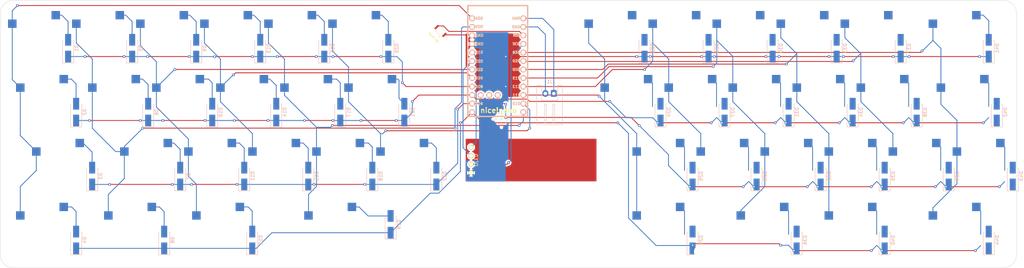
<source format=kicad_pcb>
(kicad_pcb (version 20211014) (generator pcbnew)
  (layers (0 "F.Cu" signal) (31 "B.Cu" signal) (34 "B.Paste" user) (35 "F.Paste" user) (36 "B.SilkS" user "B.Silkscreen") (37 "F.SilkS" user "F.Silkscreen") (38 "B.Mask" user) (39 "F.Mask" user) (44 "Edge.Cuts" user))
  (net 0 "")
  (net 1 "ROW0")
  (net 2 "Net-(D1-Pad2)")
  (net 3 "ROW1")
  (net 4 "Net-(D2-Pad2)")
  (net 5 "ROW2")
  (net 6 "Net-(D3-Pad2)")
  (net 7 "ROW3")
  (net 8 "Net-(D4-Pad2)")
  (net 9 "Net-(D5-Pad2)")
  (net 10 "Net-(D6-Pad2)")
  (net 11 "Net-(D7-Pad2)")
  (net 12 "Net-(D8-Pad2)")
  (net 13 "Net-(D9-Pad2)")
  (net 14 "Net-(D10-Pad2)")
  (net 15 "Net-(D11-Pad2)")
  (net 16 "Net-(D12-Pad2)")
  (net 17 "Net-(D13-Pad2)")
  (net 18 "Net-(D14-Pad2)")
  (net 19 "Net-(D15-Pad2)")
  (net 20 "Net-(D16-Pad2)")
  (net 21 "Net-(D17-Pad2)")
  (net 22 "Net-(D18-Pad2)")
  (net 23 "Net-(D19-Pad2)")
  (net 24 "Net-(D20-Pad2)")
  (net 25 "Net-(D21-Pad2)")
  (net 26 "Net-(D22-Pad2)")
  (net 27 "Net-(D23-Pad2)")
  (net 28 "Net-(D24-Pad2)")
  (net 29 "Net-(D25-Pad2)")
  (net 30 "Net-(D26-Pad2)")
  (net 31 "Net-(D27-Pad2)")
  (net 32 "Net-(D28-Pad2)")
  (net 33 "Net-(D29-Pad2)")
  (net 34 "Net-(D30-Pad2)")
  (net 35 "Net-(D31-Pad2)")
  (net 36 "Net-(D32-Pad2)")
  (net 37 "Net-(D33-Pad2)")
  (net 38 "Net-(D34-Pad2)")
  (net 39 "Net-(D35-Pad2)")
  (net 40 "Net-(D36-Pad2)")
  (net 41 "Net-(D37-Pad2)")
  (net 42 "Net-(D38-Pad2)")
  (net 43 "Net-(D39-Pad2)")
  (net 44 "Net-(D40-Pad2)")
  (net 45 "Net-(D41-Pad2)")
  (net 46 "Net-(D42-Pad2)")
  (net 47 "Net-(D43-Pad2)")
  (net 48 "Net-(D44-Pad2)")
  (net 49 "COL0")
  (net 50 "COL1")
  (net 51 "COL2")
  (net 52 "COL3")
  (net 53 "COL4")
  (net 54 "COL5")
  (net 55 "COL6")
  (net 56 "COL7")
  (net 57 "COL8")
  (net 58 "COL9")
  (net 59 "COL10")
  (net 60 "COL11")
  (net 61 "GND")
  (net 62 "SDA")
  (net 63 "RESET")
  (net 67 "BATT_IN")
  (net 68 "BATT_GND")
  (net 69 "VCC")
  (net 70 "SCL")
  (footprint "MX_Only:MXOnly-1U-Hotswap" (layer "F.Cu") (at 274.6375 146.84375)
    (fp_text reference "MX28")
    (fp_text value "MX-NoLED")
    (pad "" np_thru_hole circle locked (at 2.54 -5.08) (size 3 3) (drill 3) (layers *.Cu *.Mask))
    (pad "" np_thru_hole circle locked (at 0 0) (size 3.9878 3.9878) (drill 3.9878) (layers *.Cu *.Mask))
    (pad "" np_thru_hole circle locked (at -3.81 -2.54) (size 3 3) (drill 3) (layers *.Cu *.Mask))
    (pad "" np_thru_hole circle locked (at -5.08 0 48.0996) (size 1.75 1.75) (drill 1.75) (layers *.Cu *.Mask))
    (pad "" np_thru_hole circle locked (at 5.08 0 48.0996) (size 1.75 1.75) (drill 1.75) (layers *.Cu *.Mask))
    (pad "1" smd rect locked (at -7.085 -2.54) (size 2.55 2.5) (layers "B.Cu" "B.Paste" "B.Mask") (net 56 "COL7"))
    (pad "2" smd rect locked (at 5.842 -5.08) (size 2.55 2.5) (layers "B.Cu" "B.Paste" "B.Mask") (net 32 "Net-(D28-Pad2)"))
  )
  (footprint "MX_Only:MXOnly-1U-Hotswap" (layer "F.Cu") (at 279.4 108.74375)
    (fp_text reference "MX30")
    (fp_text value "MX-NoLED")
    (pad "" np_thru_hole circle locked (at 2.54 -5.08) (size 3 3) (drill 3) (layers *.Cu *.Mask))
    (pad "" np_thru_hole circle locked (at -5.08 0 48.0996) (size 1.75 1.75) (drill 1.75) (layers *.Cu *.Mask))
    (pad "" np_thru_hole circle locked (at 5.08 0 48.0996) (size 1.75 1.75) (drill 1.75) (layers *.Cu *.Mask))
    (pad "" np_thru_hole circle locked (at 0 0) (size 3.9878 3.9878) (drill 3.9878) (layers *.Cu *.Mask))
    (pad "" np_thru_hole circle locked (at -3.81 -2.54) (size 3 3) (drill 3) (layers *.Cu *.Mask))
    (pad "1" smd rect locked (at -7.085 -2.54) (size 2.55 2.5) (layers "B.Cu" "B.Paste" "B.Mask") (net 57 "COL8"))
    (pad "2" smd rect locked (at 5.842 -5.08) (size 2.55 2.5) (layers "B.Cu" "B.Paste" "B.Mask") (net 34 "Net-(D30-Pad2)"))
  )
  (footprint "MX_Only:MXOnly-1U-Hotswap" (layer "F.Cu") (at 179.3875 146.84375)
    (fp_text reference "MX22")
    (fp_text value "MX-NoLED")
    (pad "" np_thru_hole circle locked (at 5.08 0 48.0996) (size 1.75 1.75) (drill 1.75) (layers *.Cu *.Mask))
    (pad "" np_thru_hole circle locked (at 0 0) (size 3.9878 3.9878) (drill 3.9878) (layers *.Cu *.Mask))
    (pad "" np_thru_hole circle locked (at 2.54 -5.08) (size 3 3) (drill 3) (layers *.Cu *.Mask))
    (pad "" np_thru_hole circle locked (at -5.08 0 48.0996) (size 1.75 1.75) (drill 1.75) (layers *.Cu *.Mask))
    (pad "" np_thru_hole circle locked (at -3.81 -2.54) (size 3 3) (drill 3) (layers *.Cu *.Mask))
    (pad "1" smd rect locked (at -7.085 -2.54) (size 2.55 2.5) (layers "B.Cu" "B.Paste" "B.Mask") (net 54 "COL5"))
    (pad "2" smd rect locked (at 5.842 -5.08) (size 2.55 2.5) (layers "B.Cu" "B.Paste" "B.Mask") (net 26 "Net-(D22-Pad2)"))
  )
  (footprint "MX_Only:MXOnly-1U-Hotswap" (layer "F.Cu") (at 260.35 108.74375)
    (fp_text reference "MX26")
    (fp_text value "MX-NoLED")
    (pad "" np_thru_hole circle locked (at -5.08 0 48.0996) (size 1.75 1.75) (drill 1.75) (layers *.Cu *.Mask))
    (pad "" np_thru_hole circle locked (at 5.08 0 48.0996) (size 1.75 1.75) (drill 1.75) (layers *.Cu *.Mask))
    (pad "" np_thru_hole circle locked (at 2.54 -5.08) (size 3 3) (drill 3) (layers *.Cu *.Mask))
    (pad "" np_thru_hole circle locked (at 0 0) (size 3.9878 3.9878) (drill 3.9878) (layers *.Cu *.Mask))
    (pad "" np_thru_hole circle locked (at -3.81 -2.54) (size 3 3) (drill 3) (layers *.Cu *.Mask))
    (pad "1" smd rect locked (at -7.085 -2.54) (size 2.55 2.5) (layers "B.Cu" "B.Paste" "B.Mask") (net 56 "COL7"))
    (pad "2" smd rect locked (at 5.842 -5.08) (size 2.55 2.5) (layers "B.Cu" "B.Paste" "B.Mask") (net 30 "Net-(D26-Pad2)"))
  )
  (footprint "MX_Only:MXOnly-1.25U-Hotswap" (layer "F.Cu") (at 286.54375 165.89375)
    (fp_text reference "MX36")
    (fp_text value "MX-NoLED")
    (pad "" np_thru_hole circle locked (at -5.08 0 48.0996) (size 1.75 1.75) (drill 1.75) (layers *.Cu *.Mask))
    (pad "" np_thru_hole circle locked (at -3.81 -2.54) (size 3 3) (drill 3) (layers *.Cu *.Mask))
    (pad "" np_thru_hole circle locked (at 2.54 -5.08) (size 3 3) (drill 3) (layers *.Cu *.Mask))
    (pad "" np_thru_hole circle locked (at 0 0) (size 3.9878 3.9878) (drill 3.9878) (layers *.Cu *.Mask))
    (pad "" np_thru_hole circle locked (at 5.08 0 48.0996) (size 1.75 1.75) (drill 1.75) (layers *.Cu *.Mask))
    (pad "1" smd rect locked (at -7.085 -2.54) (size 2.55 2.5) (layers "B.Cu" "B.Paste" "B.Mask") (net 57 "COL8"))
    (pad "2" smd rect locked (at 5.842 -5.08) (size 2.55 2.5) (layers "B.Cu" "B.Paste" "B.Mask") (net 40 "Net-(D36-Pad2)"))
  )
  (footprint "MX_Only:MXOnly-1U-Hotswap" (layer "F.Cu") (at 350.8375 146.84375)
    (fp_text reference "MX43")
    (fp_text value "MX-NoLED")
    (pad "" np_thru_hole circle locked (at 2.54 -5.08) (size 3 3) (drill 3) (layers *.Cu *.Mask))
    (pad "" np_thru_hole circle locked (at -5.08 0 48.0996) (size 1.75 1.75) (drill 1.75) (layers *.Cu *.Mask))
    (pad "" np_thru_hole circle locked (at 5.08 0 48.0996) (size 1.75 1.75) (drill 1.75) (layers *.Cu *.Mask))
    (pad "" np_thru_hole circle locked (at 0 0) (size 3.9878 3.9878) (drill 3.9878) (layers *.Cu *.Mask))
    (pad "" np_thru_hole circle locked (at -3.81 -2.54) (size 3 3) (drill 3) (layers *.Cu *.Mask))
    (pad "1" smd rect locked (at -7.085 -2.54) (size 2.55 2.5) (layers "B.Cu" "B.Paste" "B.Mask") (net 60 "COL11"))
    (pad "2" smd rect locked (at 5.842 -5.08) (size 2.55 2.5) (layers "B.Cu" "B.Paste" "B.Mask") (net 47 "Net-(D43-Pad2)"))
  )
  (footprint "MX_Only:MXOnly-1.25U-Hotswap" (layer "F.Cu") (at 72.23125 127.79375)
    (fp_text reference "MX2")
    (fp_text value "MX-NoLED")
    (pad "" np_thru_hole circle locked (at 0 0) (size 3.9878 3.9878) (drill 3.9878) (layers *.Cu *.Mask))
    (pad "" np_thru_hole circle locked (at -5.08 0 48.0996) (size 1.75 1.75) (drill 1.75) (layers *.Cu *.Mask))
    (pad "" np_thru_hole circle locked (at 2.54 -5.08) (size 3 3) (drill 3) (layers *.Cu *.Mask))
    (pad "" np_thru_hole circle locked (at 5.08 0 48.0996) (size 1.75 1.75) (drill 1.75) (layers *.Cu *.Mask))
    (pad "" np_thru_hole circle locked (at -3.81 -2.54) (size 3 3) (drill 3) (layers *.Cu *.Mask))
    (pad "1" smd rect locked (at -7.085 -2.54) (size 2.55 2.5) (layers "B.Cu" "B.Paste" "B.Mask") (net 49 "COL0"))
    (pad "2" smd rect locked (at 5.842 -5.08) (size 2.55 2.5) (layers "B.Cu" "B.Paste" "B.Mask") (net 4 "Net-(D2-Pad2)"))
  )
  (footprint "MX_Only:MXOnly-1U-Hotswap" (layer "F.Cu") (at 103.1875 146.84375)
    (fp_text reference "MX7")
    (fp_text value "MX-NoLED")
    (pad "" np_thru_hole circle locked (at -3.81 -2.54) (size 3 3) (drill 3) (layers *.Cu *.Mask))
    (pad "" np_thru_hole circle locked (at 2.54 -5.08) (size 3 3) (drill 3) (layers *.Cu *.Mask))
    (pad "" np_thru_hole circle locked (at 5.08 0 48.0996) (size 1.75 1.75) (drill 1.75) (layers *.Cu *.Mask))
    (pad "" np_thru_hole circle locked (at 0 0) (size 3.9878 3.9878) (drill 3.9878) (layers *.Cu *.Mask))
    (pad "" np_thru_hole circle locked (at -5.08 0 48.0996) (size 1.75 1.75) (drill 1.75) (layers *.Cu *.Mask))
    (pad "1" smd rect locked (at -7.085 -2.54) (size 2.55 2.5) (layers "B.Cu" "B.Paste" "B.Mask") (net 50 "COL1"))
    (pad "2" smd rect locked (at 5.842 -5.08) (size 2.55 2.5) (layers "B.Cu" "B.Paste" "B.Mask") (net 11 "Net-(D7-Pad2)"))
  )
  (footprint "MX_Only:MXOnly-1U-Hotswap" (layer "F.Cu") (at 298.45 108.74375)
    (fp_text reference "MX33")
    (fp_text value "MX-NoLED")
    (pad "" np_thru_hole circle locked (at 0 0) (size 3.9878 3.9878) (drill 3.9878) (layers *.Cu *.Mask))
    (pad "" np_thru_hole circle locked (at -3.81 -2.54) (size 3 3) (drill 3) (layers *.Cu *.Mask))
    (pad "" np_thru_hole circle locked (at 5.08 0 48.0996) (size 1.75 1.75) (drill 1.75) (layers *.Cu *.Mask))
    (pad "" np_thru_hole circle locked (at 2.54 -5.08) (size 3 3) (drill 3) (layers *.Cu *.Mask))
    (pad "" np_thru_hole circle locked (at -5.08 0 48.0996) (size 1.75 1.75) (drill 1.75) (layers *.Cu *.Mask))
    (pad "1" smd rect locked (at -7.085 -2.54) (size 2.55 2.5) (layers "B.Cu" "B.Paste" "B.Mask") (net 58 "COL9"))
    (pad "2" smd rect locked (at 5.842 -5.08) (size 2.55 2.5) (layers "B.Cu" "B.Paste" "B.Mask") (net 37 "Net-(D33-Pad2)"))
  )
  (footprint "MX_Only:MXOnly-1.75U-Hotswap" (layer "F.Cu") (at 343.69375 165.89375)
    (fp_text reference "MX44")
    (fp_text value "MX-NoLED")
    (pad "" np_thru_hole circle locked (at 2.54 -5.08) (size 3 3) (drill 3) (layers *.Cu *.Mask))
    (pad "" np_thru_hole circle locked (at -3.81 -2.54) (size 3 3) (drill 3) (layers *.Cu *.Mask))
    (pad "" np_thru_hole circle locked (at 0 0) (size 3.9878 3.9878) (drill 3.9878) (layers *.Cu *.Mask))
    (pad "" np_thru_hole circle locked (at 5.08 0 48.0996) (size 1.75 1.75) (drill 1.75) (layers *.Cu *.Mask))
    (pad "" np_thru_hole circle locked (at -5.08 0 48.0996) (size 1.75 1.75) (drill 1.75) (layers *.Cu *.Mask))
    (pad "1" smd rect locked (at -7.085 -2.54) (size 2.55 2.5) (layers "B.Cu" "B.Paste" "B.Mask") (net 60 "COL11"))
    (pad "2" smd rect locked (at 5.842 -5.08) (size 2.55 2.5) (layers "B.Cu" "B.Paste" "B.Mask") (net 48 "Net-(D44-Pad2)"))
  )
  (footprint "kbd:OLED_v2" (layer "F.Cu") (at 199.23125 146.84375 -90)
    (fp_text reference "OL1")
    (fp_text value "OLED" hide)
    (fp_text user "OLED" (at 0 -1.55 90) (layer "F.SilkS"))
    (pad "1" thru_hole circle locked (at -3.81 0 270) (size 1.397 1.397) (drill 0.8128) (layers *.Cu "F.SilkS" "B.Mask") (net 62 "SDA"))
    (pad "2" thru_hole circle locked (at -1.27 0 270) (size 1.397 1.397) (drill 0.8128) (layers *.Cu "F.SilkS" "B.Mask") (net 70 "SCL"))
    (pad "3" thru_hole circle locked (at 1.27 0 270) (size 1.397 1.397) (drill 0.8128) (layers *.Cu "F.SilkS" "B.Mask") (net 69 "VCC"))
    (pad "4" thru_hole circle locked (at 3.81 0 270) (size 1.397 1.397) (drill 0.8128) (layers *.Cu "F.SilkS" "B.Mask") (net 61 "GND"))
  )
  (footprint "MX_Only:MXOnly-1U-Hotswap" (layer "F.Cu") (at 331.7875 146.84375)
    (fp_text reference "MX39")
    (fp_text value "MX-NoLED")
    (pad "" np_thru_hole circle locked (at -3.81 -2.54) (size 3 3) (drill 3) (layers *.Cu *.Mask))
    (pad "" np_thru_hole circle locked (at 0 0) (size 3.9878 3.9878) (drill 3.9878) (layers *.Cu *.Mask))
    (pad "" np_thru_hole circle locked (at 5.08 0 48.0996) (size 1.75 1.75) (drill 1.75) (layers *.Cu *.Mask))
    (pad "" np_thru_hole circle locked (at -5.08 0 48.0996) (size 1.75 1.75) (drill 1.75) (layers *.Cu *.Mask))
    (pad "" np_thru_hole circle locked (at 2.54 -5.08) (size 3 3) (drill 3) (layers *.Cu *.Mask))
    (pad "1" smd rect locked (at -7.085 -2.54) (size 2.55 2.5) (layers "B.Cu" "B.Paste" "B.Mask") (net 59 "COL10"))
    (pad "2" smd rect locked (at 5.842 -5.08) (size 2.55 2.5) (layers "B.Cu" "B.Paste" "B.Mask") (net 43 "Net-(D39-Pad2)"))
  )
  (footprint "MX_Only:MXOnly-1U-Hotswap" (layer "F.Cu") (at 150.8125 127.79375)
    (fp_text reference "MX17")
    (fp_text value "MX-NoLED")
    (pad "" np_thru_hole circle locked (at 5.08 0 48.0996) (size 1.75 1.75) (drill 1.75) (layers *.Cu *.Mask))
    (pad "" np_thru_hole circle locked (at -5.08 0 48.0996) (size 1.75 1.75) (drill 1.75) (layers *.Cu *.Mask))
    (pad "" np_thru_hole circle locked (at 2.54 -5.08) (size 3 3) (drill 3) (layers *.Cu *.Mask))
    (pad "" np_thru_hole circle locked (at -3.81 -2.54) (size 3 3) (drill 3) (layers *.Cu *.Mask))
    (pad "" np_thru_hole circle locked (at 0 0) (size 3.9878 3.9878) (drill 3.9878) (layers *.Cu *.Mask))
    (pad "1" smd rect locked (at -7.085 -2.54) (size 2.55 2.5) (layers "B.Cu" "B.Paste" "B.Mask") (net 53 "COL4"))
    (pad "2" smd rect locked (at 5.842 -5.08) (size 2.55 2.5) (layers "B.Cu" "B.Paste" "B.Mask") (net 21 "Net-(D17-Pad2)"))
  )
  (footprint "nice-nano-kicad:nice_nano" (layer "F.Cu") (at 207.16875 118.58625 -90)
    (fp_text reference "U1" hide)
    (fp_text value "nice_nano" hide)
    (fp_text user "115" (at 3.81 -5.537191) (layer "B.SilkS") (effects (font (size 0.8 0.8)) (justify mirror)))
    (fp_text user "104" (at 11.43 5.53719) (layer "B.SilkS") (effects (font (size 0.8 0.8)) (justify mirror)))
    (fp_text user "RST" (at -8.89 -5.588) (layer "B.SilkS") (effects (font (size 0.8 0.8)) (justify mirror)))
    (fp_text user "VCC" (at -6.35 -5.537191) (layer "B.SilkS") (effects (font (size 0.8 0.8)) (justify mirror)))
    (fp_text user "GND" (at -11.43 -5.454667) (layer "B.SilkS") (effects (font (size 0.8 0.8)) (justify mirror)))
    (fp_text user "020" (at -1.2 5.53719) (layer "B.SilkS") (effects (font (size 0.8 0.8)) (justify mirror)))
    (fp_text user "GND" (at -8.89 5.461) (layer "B.SilkS") (effects (font (size 0.8 0.8)) (justify mirror)))
    (fp_text user "017" (at -3.81 5.53719) (layer "B.SilkS") (effects (font (size 0.8 0.8)) (justify mirror)))
    (fp_text user "113" (at 6.35 -5.537191) (layer "B.SilkS") (effects (font (size 0.8 0.8)) (justify mirror)))
    (fp_text user "100" (at 6.35 5.53719) (layer "B.SilkS") (effects (font (size 0.8 0.8)) (justify mirror)))
    (fp_text user "GND" (at -6.35 5.461) (layer "B.SilkS") (effects (font (size 0.8 0.8)) (justify mirror)))
    (fp_text user "024" (at 3.8 5.53719) (layer "B.SilkS") (effects (font (size 0.8 0.8)) (justify mirror)))
    (fp_text user "006" (at -13.97 5.53719) (layer "B.SilkS") (effects (font (size 0.8 0.8)) (justify mirror)))
    (fp_text user "002" (at 1.27 -5.537191) (layer "B.SilkS") (effects (font (size 0.8 0.8)) (justify mirror)))
    (fp_text user "008" (at -11.5 5.53719) (layer "B.SilkS") (effects (font (size 0.8 0.8)) (justify mirror)))
    (fp_text user "010" (at 11.43 -5.537191) (layer "B.SilkS") (effects (font (size 0.8 0.8)) (justify mirror)))
    (fp_text user "022" (at 1.3 5.53719) (layer "B.SilkS") (effects (font (size 0.8 0.8)) (justify mirror)))
    (fp_text user "111" (at 8.89 -5.537191) (layer "B.SilkS") (effects (font (size 0.8 0.8)) (justify mirror)))
    (fp_text user "031" (at -3.81 -5.537191) (layer "B.SilkS") (effects (font (size 0.8 0.8)) (justify mirror)))
    (fp_text user "029" (at -1.27 -5.537191) (layer "B.SilkS") (effects (font (size 0.8 0.8)) (justify mirror)))
    (fp_text user "RAW" (at -13.97 -5.473715) (layer "B.SilkS") (effects (font (size 0.8 0.8)) (justify mirror)))
    (fp_text user "GND" (at -6.35 5.461) (layer "F.SilkS") (effects (font (size 0.8 0.8))))
    (fp_text user "113" (at 6.35 -5.537191) (layer "F.SilkS") (effects (font (size 0.8 0.8))))
    (fp_text user "104" (at 11.43 5.53719) (layer "F.SilkS") (effects (font (size 0.8 0.8))))
    (fp_text user "100" (at 6.35 5.53719) (layer "F.SilkS") (effects (font (size 0.8 0.8))))
    (fp_text user "022" (at 1.3 5.53719) (layer "F.SilkS") (effects (font (size 0.8 0.8))))
    (fp_text user "031" (at -3.81 -5.537191) (layer "F.SilkS") (effects (font (size 0.8 0.8))))
    (fp_text user "RAW" (at -13.97 -5.473715) (layer "F.SilkS") (effects (font (size 0.8 0.8))))
    (fp_text user "020" (at -1.2 5.53719) (layer "F.SilkS") (effects (font (size 0.8 0.8))))
    (fp_text user "GND" (at -8.89 5.461) (layer "F.SilkS") (effects (font (size 0.8 0.8))))
    (fp_text user "024" (at 3.81 5.53719) (layer "F.SilkS") (effects (font (size 0.8 0.8))))
    (fp_text user "nice!nano" (at 13.462 -0.254) (layer "F.SilkS") (effects (font (size 1.5 1.5) (thickness 0.3))))
    (fp_text user "115" (at 3.81 -5.537191) (layer "F.SilkS") (effects (font (size 0.8 0.8))))
    (fp_text user "008" (at -11.5 5.53719) (layer "F.SilkS") (effects (font (size 0.8 0.8))))
    (fp_text user "GND" (at -11.43 -5.454667) (layer "F.SilkS") (effects (font (size 0.8 0.8))))
    (fp_text user "111" (at 8.89 -5.537191) (layer "F.SilkS") (effects (font (size 0.8 0.8))))
    (fp_text user "029" (at -1.27 -5.537191) (layer "F.SilkS") (effects (font (size 0.8 0.8))))
    (fp_text user "017" (at -3.8 5.53719) (layer "F.SilkS") (effects (font (size 0.8 0.8))))
    (fp_text user "010" (at 11.43 -5.537191) (layer "F.SilkS") (effects (font (size 0.8 0.8))))
    (fp_text user "002" (at 1.27 -5.537191) (layer "F.SilkS") (effects (font (size 0.8 0.8))))
    (fp_text user "006" (at -13.97 5.53719) (layer "F.SilkS") (effects (font (size 0.8 0.8))))
    (fp_text user "VCC" (at -6.35 -5.537191) (layer "F.SilkS") (effects (font (size 0.8 0.8))))
    (fp_text user "RST" (at -8.89 -5.588) (layer "F.SilkS") (effects (font (size 0.8 0.8))))
    (pad "1" thru_hole circle locked (at -13.97 7.62 270) (size 1.7526 1.7526) (drill 1.0922) (layers *.Cu *.SilkS *.Mask) (net 49 "COL0"))
    (pad "2" thru_hole circle locked (at -11.43 7.62 270) (size 1.7526 1.7526) (drill 1.0922) (layers *.Cu *.SilkS *.Mask) (net 50 "COL1"))
    (pad "3" thru_hole circle locked (at -8.89 7.62 270) (size 1.7526 1.7526) (drill 1.0922) (layers *.Cu *.SilkS *.Mask) (net 61 "GND"))
    (pad "4" thru_hole circle locked (at -6.35 7.62 270) (size 1.7526 1.7526) (drill 1.0922) (layers *.Cu *.SilkS *.Mask) (net 61 "GND"))
    (pad "5" thru_hole circle locked (at -3.81 7.62 270) (size 1.7526 1.7526) (drill 1.0922) (layers *.Cu *.SilkS *.Mask) (net 62 "SDA"))
    (pad "6" thru_hole circle locked (at -1.27 7.62 270) (size 1.7526 1.7526) (drill 1.0922) (layers *.Cu *.SilkS *.Mask) (net 70 "SCL"))
    (pad "7" thru_hole circle locked (at 1.27 7.62 270) (size 1.7526 1.7526) (drill 1.0922) (layers *.Cu *.SilkS *.Mask) (net 51 "COL2"))
    (pad "8" thru_hole circle locked (at 3.81 7.62 270) (size 1.7526 1.7526) (drill 1.0922) (layers *.Cu *.SilkS *.Mask) (net 52 "COL3"))
    (pad "9" thru_hole circle locked (at 6.35 7.62 270) (size 1.7526 1.7526) (drill 1.0922) (layers *.Cu *.SilkS *.Mask) (net 1 "ROW0"))
    (pad "10" thru_hole circle locked (at 8.89 7.62 270) (size 1.7526 1.7526) (drill 1.0922) (layers *.Cu *.SilkS *.Mask) (net 3 "ROW1"))
    (pad "11" thru_hole circle locked (at 11.43 7.62 270) (size 1.7526 1.7526) (drill 1.0922) (layers *.Cu *.SilkS *.Mask) (net 5 "ROW2"))
    (pad "12" thru_hole circle locked (at 13.97 7.62 270) (size 1.7526 1.7526) (drill 1.0922) (layers *.Cu *.SilkS *.Mask) (net 7 "ROW3"))
    (pad "13" thru_hole circle locked (at 13.97 -7.62 270) (size 1.7526 1.7526) (drill 1.0922) (layers *.Cu *.SilkS *.Mask) (net 53 "COL4"))
    (pad "14" thru_hole circle locked (at 11.43 -7.62 270) (size 1.7526 1.7526) (drill 1.0922) (layers *.Cu *.SilkS *.Mask) (net 54 "COL5"))
    (pad "15" thru_hole circle locked (at 8.89 -7.62 270) (size 1.7526 1.7526) (drill 1.0922) (layers *.Cu *.SilkS *.Mask) (net 55 "COL6"))
    (pad "16" thru_hole circle locked (at 6.35 -7.62 270) (size 1.7526 1.7526) (drill 1.0922) (layers *.Cu *.SilkS *.Mask) (net 56 "COL7"))
    (pad "17" thru_hole circle locked (at 3.81 -7.62 270) (size 1.7526 1.7526) (drill 1.0922) (layers *.Cu *.SilkS *.Mask) (net 57 "COL8"))
    (pad "18" thru_hole circle locked (at 1.27 -7.62 270) (size 1.7526 1.7526) (drill 1.0922) (layers *.Cu *.SilkS *.Mask) (net 58 "COL9"))
    (pad "19" thru_hole circle locked (at -1.27 -7.62 270) (size 1.7526 1.7526) (drill 1.0922) (layers *.Cu *.SilkS *.Mask) (net 59 "COL10"))
    (pad "20" thru_hole circle locked (at -3.81 -7.62 270) (size 1.7526 1.7526) (drill 1.0922) (layers *.Cu *.SilkS *.Mask) (net 60 "COL11"))
    (pad "21" thru_hole circle locked (at -6.35 -7.62 270) (size 1.7526 1.7526) (drill 1.0922) (layers *.Cu *.SilkS *.Mask) (net 69 "VCC"))
    (pad "22" thru_hole circle locked (at -8.89 -7.62 270) (size 1.7526 1.7526) (drill 1.0922) (layers *.Cu *.SilkS *.Mask) (net 63 "RESET"))
    (pad "23" thru_hole circle locked (at -11.43 -7.62 270) (size 1.7526 1.7526) (drill 1.0922) (layers *.Cu *.SilkS *.Mask) (net 68 "BATT_GND"))
    (pad "24" thru_hole circle locked (at -13.97 -7.62 270) (size 1.7526 1.7526) (drill 1.0922) (layers *.Cu *.SilkS *.Mask) (net 67 "BATT_IN"))
    (pad "31" thru_hole circle locked (at 8.89 5.08 270) (size 1.7526 1.7526) (drill 1.0922) (layers *.Cu *.SilkS *.Mask))
    (pad "32" thru_hole circle locked (at 8.89 2.54 270) (size 1.7526 1.7526) (drill 1.0922) (layers *.Cu *.SilkS *.Mask))
    (pad "33" thru_hole circle locked (at 8.89 0 270) (size 1.7526 1.7526) (drill 1.0922) (layers *.Cu *.SilkS *.Mask))
  )
  (footprint "MX_Only:MXOnly-1.75U-Hotswap" (layer "F.Cu") (at 76.99375 146.84375)
    (fp_text reference "MX3")
    (fp_text value "MX-NoLED")
    (pad "" np_thru_hole circle locked (at 5.08 0 48.0996) (size 1.75 1.75) (drill 1.75) (layers *.Cu *.Mask))
    (pad "" np_thru_hole circle locked (at 0 0) (size 3.9878 3.9878) (drill 3.9878) (layers *.Cu *.Mask))
    (pad "" np_thru_hole circle locked (at -5.08 0 48.0996) (size 1.75 1.75) (drill 1.75) (layers *.Cu *.Mask))
    (pad "" np_thru_hole circle locked (at 2.54 -5.08) (size 3 3) (drill 3) (layers *.Cu *.Mask))
    (pad "" np_thru_hole circle locked (at -3.81 -2.54) (size 3 3) (drill 3) (layers *.Cu *.Mask))
    (pad "1" smd rect locked (at -7.085 -2.54) (size 2.55 2.5) (layers "B.Cu" "B.Paste" "B.Mask") (net 49 "COL0"))
    (pad "2" smd rect locked (at 5.842 -5.08) (size 2.55 2.5) (layers "B.Cu" "B.Paste" "B.Mask") (net 6 "Net-(D3-Pad2)"))
  )
  (footprint "MX_Only:MXOnly-1U-Hotswap" (layer "F.Cu") (at 303.2125 127.79375)
    (fp_text reference "MX34")
    (fp_text value "MX-NoLED")
    (pad "" np_thru_hole circle locked (at -3.81 -2.54) (size 3 3) (drill 3) (layers *.Cu *.Mask))
    (pad "" np_thru_hole circle locked (at 0 0) (size 3.9878 3.9878) (drill 3.9878) (layers *.Cu *.Mask))
    (pad "" np_thru_hole circle locked (at 5.08 0 48.0996) (size 1.75 1.75) (drill 1.75) (layers *.Cu *.Mask))
    (pad "" np_thru_hole circle locked (at -5.08 0 48.0996) (size 1.75 1.75) (drill 1.75) (layers *.Cu *.Mask))
    (pad "" np_thru_hole circle locked (at 2.54 -5.08) (size 3 3) (drill 3) (layers *.Cu *.Mask))
    (pad "1" smd rect locked (at -7.085 -2.54) (size 2.55 2.5) (layers "B.Cu" "B.Paste" "B.Mask") (net 58 "COL9"))
    (pad "2" smd rect locked (at 5.842 -5.08) (size 2.55 2.5) (layers "B.Cu" "B.Paste" "B.Mask") (net 38 "Net-(D34-Pad2)"))
  )
  (footprint "MX_Only:MXOnly-1U-Hotswap" (layer "F.Cu") (at 69.85 108.74375)
    (fp_text reference "MX1")
    (fp_text value "MX-NoLED")
    (pad "" np_thru_hole circle locked (at 0 0) (size 3.9878 3.9878) (drill 3.9878) (layers *.Cu *.Mask))
    (pad "" np_thru_hole circle locked (at 2.54 -5.08) (size 3 3) (drill 3) (layers *.Cu *.Mask))
    (pad "" np_thru_hole circle locked (at -3.81 -2.54) (size 3 3) (drill 3) (layers *.Cu *.Mask))
    (pad "" np_thru_hole circle locked (at -5.08 0 48.0996) (size 1.75 1.75) (drill 1.75) (layers *.Cu *.Mask))
    (pad "" np_thru_hole circle locked (at 5.08 0 48.0996) (size 1.75 1.75) (drill 1.75) (layers *.Cu *.Mask))
    (pad "1" smd rect locked (at -7.085 -2.54) (size 2.55 2.5) (layers "B.Cu" "B.Paste" "B.Mask") (net 49 "COL0"))
    (pad "2" smd rect locked (at 5.842 -5.08) (size 2.55 2.5) (layers "B.Cu" "B.Paste" "B.Mask") (net 2 "Net-(D1-Pad2)"))
  )
  (footprint "MX_Only:MXOnly-1U-Hotswap" (layer "F.Cu") (at 293.6875 146.84375)
    (fp_text reference "MX32")
    (fp_text value "MX-NoLED")
    (pad "" np_thru_hole circle locked (at 2.54 -5.08) (size 3 3) (drill 3) (layers *.Cu *.Mask))
    (pad "" np_thru_hole circle locked (at 0 0) (size 3.9878 3.9878) (drill 3.9878) (layers *.Cu *.Mask))
    (pad "" np_thru_hole circle locked (at 5.08 0 48.0996) (size 1.75 1.75) (drill 1.75) (layers *.Cu *.Mask))
    (pad "" np_thru_hole circle locked (at -3.81 -2.54) (size 3 3) (drill 3) (layers *.Cu *.Mask))
    (pad "" np_thru_hole circle locked (at -5.08 0 48.0996) (size 1.75 1.75) (drill 1.75) (layers *.Cu *.Mask))
    (pad "1" smd rect locked (at -7.085 -2.54) (size 2.55 2.5) (layers "B.Cu" "B.Paste" "B.Mask") (net 57 "COL8"))
    (pad "2" smd rect locked (at 5.842 -5.08) (size 2.55 2.5) (layers "B.Cu" "B.Paste" "B.Mask") (net 36 "Net-(D32-Pad2)"))
  )
  (footprint "MX_Only:MXOnly-1.25U-Hotswap" (layer "F.Cu") (at 72.23125 165.89375)
    (fp_text reference "MX4")
    (fp_text value "MX-NoLED")
    (pad "" np_thru_hole circle locked (at 5.08 0 48.0996) (size 1.75 1.75) (drill 1.75) (layers *.Cu *.Mask))
    (pad "" np_thru_hole circle locked (at 2.54 -5.08) (size 3 3) (drill 3) (layers *.Cu *.Mask))
    (pad "" np_thru_hole circle locked (at 0 0) (size 3.9878 3.9878) (drill 3.9878) (layers *.Cu *.Mask))
    (pad "" np_thru_hole circle locked (at -3.81 -2.54) (size 3 3) (drill 3) (layers *.Cu *.Mask))
    (pad "" np_thru_hole circle locked (at -5.08 0 48.0996) (size 1.75 1.75) (drill 1.75) (layers *.Cu *.Mask))
    (pad "1" smd rect locked (at -7.085 -2.54) (size 2.55 2.5) (layers "B.Cu" "B.Paste" "B.Mask") (net 49 "COL0"))
    (pad "2" smd rect locked (at 5.842 -5.08) (size 2.55 2.5) (layers "B.Cu" "B.Paste" "B.Mask") (net 8 "Net-(D4-Pad2)"))
  )
  (footprint "MX_Only:MXOnly-1U-Hotswap" (layer "F.Cu") (at 255.5875 146.84375)
    (fp_text reference "MX25")
    (fp_text value "MX-NoLED")
    (pad "" np_thru_hole circle locked (at -5.08 0 48.0996) (size 1.75 1.75) (drill 1.75) (layers *.Cu *.Mask))
    (pad "" np_thru_hole circle locked (at -3.81 -2.54) (size 3 3) (drill 3) (layers *.Cu *.Mask))
    (pad "" np_thru_hole circle locked (at 5.08 0 48.0996) (size 1.75 1.75) (drill 1.75) (layers *.Cu *.Mask))
    (pad "" np_thru_hole circle locked (at 0 0) (size 3.9878 3.9878) (drill 3.9878) (layers *.Cu *.Mask))
    (pad "" np_thru_hole circle locked (at 2.54 -5.08) (size 3 3) (drill 3) (layers *.Cu *.Mask))
    (pad "1" smd rect locked (at -7.085 -2.54) (size 2.55 2.5) (layers "B.Cu" "B.Paste" "B.Mask") (net 55 "COL6"))
    (pad "2" smd rect locked (at 5.842 -5.08) (size 2.55 2.5) (layers "B.Cu" "B.Paste" "B.Mask") (net 29 "Net-(D25-Pad2)"))
  )
  (footprint "MX_Only:MXOnly-1U-Hotswap" (layer "F.Cu") (at 131.7625 127.79375)
    (fp_text reference "MX14")
    (fp_text value "MX-NoLED")
    (pad "" np_thru_hole circle locked (at -5.08 0 48.0996) (size 1.75 1.75) (drill 1.75) (layers *.Cu *.Mask))
    (pad "" np_thru_hole circle locked (at 5.08 0 48.0996) (size 1.75 1.75) (drill 1.75) (layers *.Cu *.Mask))
    (pad "" np_thru_hole circle locked (at 0 0) (size 3.9878 3.9878) (drill 3.9878) (layers *.Cu *.Mask))
    (pad "" np_thru_hole circle locked (at -3.81 -2.54) (size 3 3) (drill 3) (layers *.Cu *.Mask))
    (pad "" np_thru_hole circle locked (at 2.54 -5.08) (size 3 3) (drill 3) (layers *.Cu *.Mask))
    (pad "1" smd rect locked (at -7.085 -2.54) (size 2.55 2.5) (layers "B.Cu" "B.Paste" "B.Mask") (net 52 "COL3"))
    (pad "2" smd rect locked (at 5.842 -5.08) (size 2.55 2.5) (layers "B.Cu" "B.Paste" "B.Mask") (net 18 "Net-(D14-Pad2)"))
  )
  (footprint "MX_Only:MXOnly-1U-Hotswap" (layer "F.Cu") (at 88.9 108.74375)
    (fp_text reference "MX5")
    (fp_text value "MX-NoLED")
    (pad "" np_thru_hole circle locked (at -5.08 0 48.0996) (size 1.75 1.75) (drill 1.75) (layers *.Cu *.Mask))
    (pad "" np_thru_hole circle locked (at 2.54 -5.08) (size 3 3) (drill 3) (layers *.Cu *.Mask))
    (pad "" np_thru_hole circle locked (at 5.08 0 48.0996) (size 1.75 1.75) (drill 1.75) (layers *.Cu *.Mask))
    (pad "" np_thru_hole circle locked (at -3.81 -2.54) (size 3 3) (drill 3) (layers *.Cu *.Mask))
    (pad "" np_thru_hole circle locked (at 0 0) (size 3.9878 3.9878) (drill 3.9878) (layers *.Cu *.Mask))
    (pad "1" smd rect locked (at -7.085 -2.54) (size 2.55 2.5) (layers "B.Cu" "B.Paste" "B.Mask") (net 50 "COL1"))
    (pad "2" smd rect locked (at 5.842 -5.08) (size 2.55 2.5) (layers "B.Cu" "B.Paste" "B.Mask") (net 9 "Net-(D5-Pad2)"))
  )
  (footprint "MX_Only:MXOnly-1U-Hotswap" (layer "F.Cu") (at 322.2625 127.79375)
    (fp_text reference "MX38")
    (fp_text value "MX-NoLED")
    (pad "" np_thru_hole circle locked (at -3.81 -2.54) (size 3 3) (drill 3) (layers *.Cu *.Mask))
    (pad "" np_thru_hole circle locked (at -5.08 0 48.0996) (size 1.75 1.75) (drill 1.75) (layers *.Cu *.Mask))
    (pad "" np_thru_hole circle locked (at 5.08 0 48.0996) (size 1.75 1.75) (drill 1.75) (layers *.Cu *.Mask))
    (pad "" np_thru_hole circle locked (at 0 0) (size 3.9878 3.9878) (drill 3.9878) (layers *.Cu *.Mask))
    (pad "" np_thru_hole circle locked (at 2.54 -5.08) (size 3 3) (drill 3) (layers *.Cu *.Mask))
    (pad "1" smd rect locked (at -7.085 -2.54) (size 2.55 2.5) (layers "B.Cu" "B.Paste" "B.Mask") (net 59 "COL10"))
    (pad "2" smd rect locked (at 5.842 -5.08) (size 2.55 2.5) (layers "B.Cu" "B.Paste" "B.Mask") (net 42 "Net-(D38-Pad2)"))
  )
  (footprint "MX_Only:MXOnly-1U-Hotswap" (layer "F.Cu") (at 317.5 108.74375)
    (fp_text reference "MX37")
    (fp_text value "MX-NoLED")
    (pad "" np_thru_hole circle locked (at -5.08 0 48.0996) (size 1.75 1.75) (drill 1.75) (layers *.Cu *.Mask))
    (pad "" np_thru_hole circle locked (at 5.08 0 48.0996) (size 1.75 1.75) (drill 1.75) (layers *.Cu *.Mask))
    (pad "" np_thru_hole circle locked (at -3.81 -2.54) (size 3 3) (drill 3) (layers *.Cu *.Mask))
    (pad "" np_thru_hole circle locked (at 0 0) (size 3.9878 3.9878) (drill 3.9878) (layers *.Cu *.Mask))
    (pad "" np_thru_hole circle locked (at 2.54 -5.08) (size 3 3) (drill 3) (layers *.Cu *.Mask))
    (pad "1" smd rect locked (at -7.085 -2.54) (size 2.55 2.5) (layers "B.Cu" "B.Paste" "B.Mask") (net 59 "COL10"))
    (pad "2" smd rect locked (at 5.842 -5.08) (size 2.55 2.5) (layers "B.Cu" "B.Paste" "B.Mask") (net 41 "Net-(D37-Pad2)"))
  )
  (footprint "MX_Only:MXOnly-1U-Hotswap" (layer "F.Cu") (at 241.3 108.74375)
    (fp_text reference "MX23")
    (fp_text value "MX-NoLED")
    (pad "" np_thru_hole circle locked (at -3.81 -2.54) (size 3 3) (drill 3) (layers *.Cu *.Mask))
    (pad "" np_thru_hole circle locked (at 2.54 -5.08) (size 3 3) (drill 3) (layers *.Cu *.Mask))
    (pad "" np_thru_hole circle locked (at 5.08 0 48.0996) (size 1.75 1.75) (drill 1.75) (layers *.Cu *.Mask))
    (pad "" np_thru_hole circle locked (at 0 0) (size 3.9878 3.9878) (drill 3.9878) (layers *.Cu *.Mask))
    (pad "" np_thru_hole circle locked (at -5.08 0 48.0996) (size 1.75 1.75) (drill 1.75) (layers *.Cu *.Mask))
    (pad "1" smd rect locked (at -7.085 -2.54) (size 2.55 2.5) (layers "B.Cu" "B.Paste" "B.Mask") (net 55 "COL6"))
    (pad "2" smd rect locked (at 5.842 -5.08) (size 2.55 2.5) (layers "B.Cu" "B.Paste" "B.Mask") (net 27 "Net-(D23-Pad2)"))
  )
  (footprint "MX_Only:MXOnly-1.25U-Hotswap" (layer "F.Cu") (at 124.61875 165.89375)
    (fp_text reference "MX12")
    (fp_text value "MX-NoLED")
    (pad "" np_thru_hole circle locked (at 5.08 0 48.0996) (size 1.75 1.75) (drill 1.75) (layers *.Cu *.Mask))
    (pad "" np_thru_hole circle locked (at -3.81 -2.54) (size 3 3) (drill 3) (layers *.Cu *.Mask))
    (pad "" np_thru_hole circle locked (at -5.08 0 48.0996) (size 1.75 1.75) (drill 1.75) (layers *.Cu *.Mask))
    (pad "" np_thru_hole circle locked (at 0 0) (size 3.9878 3.9878) (drill 3.9878) (layers *.Cu *.Mask))
    (pad "" np_thru_hole circle locked (at 2.54 -5.08) (size 3 3) (drill 3) (layers *.Cu *.Mask))
    (pad "1" smd rect locked (at -7.085 -2.54) (size 2.55 2.5) (layers "B.Cu" "B.Paste" "B.Mask") (net 51 "COL2"))
    (pad "2" smd rect locked (at 5.842 -5.08) (size 2.55 2.5) (layers "B.Cu" "B.Paste" "B.Mask") (net 16 "Net-(D12-Pad2)"))
  )
  (footprint "MX_Only:MXOnly-1.5U-Hotswap" (layer "F.Cu") (at 98.425 165.89375)
    (fp_text reference "MX8")
    (fp_text value "MX-NoLED")
    (pad "" np_thru_hole circle locked (at 5.08 0 48.0996) (size 1.75 1.75) (drill 1.75) (layers *.Cu *.Mask))
    (pad "" np_thru_hole circle locked (at -5.08 0 48.0996) (size 1.75 1.75) (drill 1.75) (layers *.Cu *.Mask))
    (pad "" np_thru_hole circle locked (at -3.81 -2.54) (size 3 3) (drill 3) (layers *.Cu *.Mask))
    (pad "" np_thru_hole circle locked (at 2.54 -5.08) (size 3 3) (drill 3) (layers *.Cu *.Mask))
    (pad "" np_thru_hole circle locked (at 0 0) (size 3.9878 3.9878) (drill 3.9878) (layers *.Cu *.Mask))
    (pad "1" smd rect locked (at -7.085 -2.54) (size 2.55 2.5) (layers "B.Cu" "B.Paste" "B.Mask") (net 50 "COL1"))
    (pad "2" smd rect locked (at 5.842 -5.08) (size 2.55 2.5) (layers "B.Cu" "B.Paste" "B.Mask") (net 12 "Net-(D8-Pad2)"))
  )
  (footprint "MX_Only:MXOnly-1U-Hotswap" (layer "F.Cu") (at 141.2875 146.84375)
    (fp_text reference "MX15")
    (fp_text value "MX-NoLED")
    (pad "" np_thru_hole circle locked (at -3.81 -2.54) (size 3 3) (drill 3) (layers *.Cu *.Mask))
    (pad "" np_thru_hole circle locked (at -5.08 0 48.0996) (size 1.75 1.75) (drill 1.75) (layers *.Cu *.Mask))
    (pad "" np_thru_hole circle locked (at 5.08 0 48.0996) (size 1.75 1.75) (drill 1.75) (layers *.Cu *.Mask))
    (pad "" np_thru_hole circle locked (at 0 0) (size 3.9878 3.9878) (drill 3.9878) (layers *.Cu *.Mask))
    (pad "" np_thru_hole circle locked (at 2.54 -5.08) (size 3 3) (drill 3) (layers *.Cu *.Mask))
    (pad "1" smd rect locked (at -7.085 -2.54) (size 2.55 2.5) (layers "B.Cu" "B.Paste" "B.Mask") (net 52 "COL3"))
    (pad "2" smd rect locked (at 5.842 -5.08) (size 2.55 2.5) (layers "B.Cu" "B.Paste" "B.Mask") (net 19 "Net-(D15-Pad2)"))
  )
  (footprint "MX_Only:MXOnly-1U-Hotswap" (layer "F.Cu") (at 160.3375 146.84375)
    (fp_text reference "MX18")
    (fp_text value "MX-NoLED")
    (pad "" np_thru_hole circle locked (at 0 0) (size 3.9878 3.9878) (drill 3.9878) (layers *.Cu *.Mask))
    (pad "" np_thru_hole circle locked (at 5.08 0 48.0996) (size 1.75 1.75) (drill 1.75) (layers *.Cu *.Mask))
    (pad "" np_thru_hole circle locked (at -5.08 0 48.0996) (size 1.75 1.75) (drill 1.75) (layers *.Cu *.Mask))
    (pad "" np_thru_hole circle locked (at -3.81 -2.54) (size 3 3) (drill 3) (layers *.Cu *.Mask))
    (pad "" np_thru_hole circle locked (at 2.54 -5.08) (size 3 3) (drill 3) (layers *.Cu *.Mask))
    (pad "1" smd rect locked (at -7.085 -2.54) (size 2.55 2.5) (layers "B.Cu" "B.Paste" "B.Mask") (net 53 "COL4"))
    (pad "2" smd rect locked (at 5.842 -5.08) (size 2.55 2.5) (layers "B.Cu" "B.Paste" "B.Mask") (net 22 "Net-(D18-Pad2)"))
  )
  (footprint "MX_Only:MXOnly-1U-Hotswap" (layer "F.Cu") (at 169.8625 127.79375)
    (fp_text reference "MX21")
    (fp_text value "MX-NoLED")
    (pad "" np_thru_hole circle locked (at 5.08 0 48.0996) (size 1.75 1.75) (drill 1.75) (layers *.Cu *.Mask))
    (pad "" np_thru_hole circle locked (at -3.81 -2.54) (size 3 3) (drill 3) (layers *.Cu *.Mask))
    (pad "" np_thru_hole circle locked (at 0 0) (size 3.9878 3.9878) (drill 3.9878) (layers *.Cu *.Mask))
    (pad "" np_thru_hole circle locked (at -5.08 0 48.0996) (size 1.75 1.75) (drill 1.75) (layers *.Cu *.Mask))
    (pad "" np_thru_hole circle locked (at 2.54 -5.08) (size 3 3) (drill 3) (layers *.Cu *.Mask))
    (pad "1" smd rect locked (at -7.085 -2.54) (size 2.55 2.5) (layers "B.Cu" "B.Paste" "B.Mask") (net 54 "COL5"))
    (pad "2" smd rect locked (at 5.842 -5.08) (size 2.55 2.5) (layers "B.Cu" "B.Paste" "B.Mask") (net 25 "Net-(D21-Pad2)"))
  )
  (footprint "MX_Only:MXOnly-1U-Hotswap" (layer "F.Cu") (at 265.1125 127.79375)
    (fp_text reference "MX27")
    (fp_text value "MX-NoLED")
    (pad "" np_thru_hole circle locked (at 2.54 -5.08) (size 3 3) (drill 3) (layers *.Cu *.Mask))
    (pad "" np_thru_hole circle locked (at 5.08 0 48.0996) (size 1.75 1.75) (drill 1.75) (layers *.Cu *.Mask))
    (pad "" np_thru_hole circle locked (at 0 0) (size 3.9878 3.9878) (drill 3.9878) (layers *.Cu *.Mask))
    (pad "" np_thru_hole circle locked (at -5.08 0 48.0996) (size 1.75 1.75) (drill 1.75) (layers *.Cu *.Mask))
    (pad "" np_thru_hole circle locked (at -3.81 -2.54) (size 3 3) (drill 3) (layers *.Cu *.Mask))
    (pad "1" smd rect locked (at -7.085 -2.54) (size 2.55 2.5) (layers "B.Cu" "B.Paste" "B.Mask") (net 56 "COL7"))
    (pad "2" smd rect locked (at 5.842 -5.08) (size 2.55 2.5) (layers "B.Cu" "B.Paste" "B.Mask") (net 31 "Net-(D27-Pad2)"))
  )
  (footprint "MX_Only:MXOnly-1U-Hotswap" (layer "F.Cu") (at 127 108.74375)
    (fp_text reference "MX13")
    (fp_text value "MX-NoLED")
    (pad "" np_thru_hole circle locked (at 5.08 0 48.0996) (size 1.75 1.75) (drill 1.75) (layers *.Cu *.Mask))
    (pad "" np_thru_hole circle locked (at 2.54 -5.08) (size 3 3) (drill 3) (layers *.Cu *.Mask))
    (pad "" np_thru_hole circle locked (at -5.08 0 48.0996) (size 1.75 1.75) (drill 1.75) (layers *.Cu *.Mask))
    (pad "" np_thru_hole circle locked (at -3.81 -2.54) (size 3 3) (drill 3) (layers *.Cu *.Mask))
    (pad "" np_thru_hole circle locked (at 0 0) (size 3.9878 3.9878) (drill 3.9878) (layers *.Cu *.Mask))
    (pad "1" smd rect locked (at -7.085 -2.54) (size 2.55 2.5) (layers "B.Cu" "B.Paste" "B.Mask") (net 52 "COL3"))
    (pad "2" smd rect locked (at 5.842 -5.08) (size 2.55 2.5) (layers "B.Cu" "B.Paste" "B.Mask") (net 17 "Net-(D13-Pad2)"))
  )
  (footprint "switches:SW_EVP-AWBD2A" (layer "F.Cu") (at 190.150951 108.388451 135)
    (fp_text reference "S1" (at -0.985855 -1.455943 135) (layer "F.SilkS") (effects (font (size 0.320603 0.320603))))
    (fp_text value "EVP-AWBD2A")
    (pad "1" smd rect locked (at -1.625 0 225) (size 1.5 0.55) (layers "F.Cu" "F.Paste" "F.Mask") (net 61 "GND"))
    (pad "2" smd rect locked (at 1.625 0 225) (size 1.5 0.55) (layers "F.Cu" "F.Paste" "F.Mask") (net 63 "RESET"))
    (zone (net 0) (net_name "") (layer "F.Cu") (connect_pads (clearance 0)) (min_thickness 0.01)
      (keepout (tracks not_allowed) (vias not_allowed) (pads not_allowed) (copperpour not_allowed) (footprints allowed))
      (fill (thermal_gap 0.508) (thermal_bridge_width 0.508))
      (polygon (pts (xy 190.115596 109.767309) (xy 188.772093 108.423806) (xy 190.186306 107.009593) (xy 191.529809 108.353096)))
    )
  )
  (footprint "MX_Only:MXOnly-2.25U-Hotswap" (layer "F.Cu") (at 157.95625 165.89375)
    (fp_text reference "MX19")
    (fp_text value "MX-NoLED")
    (pad "" np_thru_hole circle locked (at -11.938 -6.985) (size 3.048 3.048) (drill 3.048) (layers *.Cu *.Mask))
    (pad "" np_thru_hole circle locked (at -11.938 8.255) (size 3.9878 3.9878) (drill 3.9878) (layers *.Cu *.Mask))
    (pad "" np_thru_hole circle locked (at -5.08 0 48.0996) (size 1.75 1.75) (drill 1.75) (layers *.Cu *.Mask))
    (pad "" np_thru_hole circle locked (at 11.938 -6.985) (size 3.048 3.048) (drill 3.048) (layers *.Cu *.Mask))
    (pad "" np_thru_hole circle locked (at 11.938 8.255) (size 3.9878 3.9878) (drill 3.9878) (layers *.Cu *.Mask))
    (pad "" np_thru_hole circle locked (at -3.81 -2.54) (size 3 3) (drill 3) (layers *.Cu *.Mask))
    (pad "" np_thru_hole circle locked (at 2.54 -5.08) (size 3 3) (drill 3) (layers *.Cu *.Mask))
    (pad "" np_thru_hole circle locked (at 0 0) (size 3.9878 3.9878) (drill 3.9878) (layers *.Cu *.Mask))
    (pad "" np_thru_hole circle locked (at 5.08 0 48.0996) (size 1.75 1.75) (drill 1.75) (layers *.Cu *.Mask))
    (pad "1" smd rect locked (at -7.085 -2.54) (size 2.55 2.5) (layers "B.Cu" "B.Paste" "B.Mask") (net 53 "COL4"))
    (pad "2" smd rect locked (at 5.842 -5.08) (size 2.55 2.5) (layers "B.Cu" "B.Paste" "B.Mask") (net 23 "Net-(D19-Pad2)"))
  )
  (footprint "MX_Only:MXOnly-1.5U-Hotswap" (layer "F.Cu") (at 312.7375 165.89375)
    (fp_text reference "MX40")
    (fp_text value "MX-NoLED")
    (pad "" np_thru_hole circle locked (at -5.08 0 48.0996) (size 1.75 1.75) (drill 1.75) (layers *.Cu *.Mask))
    (pad "" np_thru_hole circle locked (at 5.08 0 48.0996) (size 1.75 1.75) (drill 1.75) (layers *.Cu *.Mask))
    (pad "" np_thru_hole circle locked (at -3.81 -2.54) (size 3 3) (drill 3) (layers *.Cu *.Mask))
    (pad "" np_thru_hole circle locked (at 2.54 -5.08) (size 3 3) (drill 3) (layers *.Cu *.Mask))
    (pad "" np_thru_hole circle locked (at 0 0) (size 3.9878 3.9878) (drill 3.9878) (layers *.Cu *.Mask))
    (pad "1" smd rect locked (at -7.085 -2.54) (size 2.55 2.5) (layers "B.Cu" "B.Paste" "B.Mask") (net 58 "COL9"))
    (pad "2" smd rect locked (at 5.842 -5.08) (size 2.55 2.5) (layers "B.Cu" "B.Paste" "B.Mask") (net 44 "Net-(D40-Pad2)"))
  )
  (footprint "MX_Only:MXOnly-1U-Hotswap" (layer "F.Cu") (at 122.2375 146.84375)
    (fp_text reference "MX11")
    (fp_text value "MX-NoLED")
    (pad "" np_thru_hole circle locked (at 2.54 -5.08) (size 3 3) (drill 3) (layers *.Cu *.Mask))
    (pad "" np_thru_hole circle locked (at -3.81 -2.54) (size 3 3) (drill 3) (layers *.Cu *.Mask))
    (pad "" np_thru_hole circle locked (at 5.08 0 48.0996) (size 1.75 1.75) (drill 1.75) (layers *.Cu *.Mask))
    (pad "" np_thru_hole circle locked (at 0 0) (size 3.9878 3.9878) (drill 3.9878) (layers *.Cu *.Mask))
    (pad "" np_thru_hole circle locked (at -5.08 0 48.0996) (size 1.75 1.75) (drill 1.75) (layers *.Cu *.Mask))
    (pad "1" smd rect locked (at -7.085 -2.54) (size 2.55 2.5) (layers "B.Cu" "B.Paste" "B.Mask") (net 51 "COL2"))
    (pad "2" smd rect locked (at 5.842 -5.08) (size 2.55 2.5) (layers "B.Cu" "B.Paste" "B.Mask") (net 15 "Net-(D11-Pad2)"))
  )
  (footprint "MX_Only:MXOnly-1U-Hotswap" (layer "F.Cu") (at 246.0625 127.79375)
    (fp_text reference "MX24")
    (fp_text value "MX-NoLED")
    (pad "" np_thru_hole circle locked (at 0 0) (size 3.9878 3.9878) (drill 3.9878) (layers *.Cu *.Mask))
    (pad "" np_thru_hole circle locked (at -3.81 -2.54) (size 3 3) (drill 3) (layers *.Cu *.Mask))
    (pad "" np_thru_hole circle locked (at 2.54 -5.08) (size 3 3) (drill 3) (layers *.Cu *.Mask))
    (pad "" np_thru_hole circle locked (at -5.08 0 48.0996) (size 1.75 1.75) (drill 1.75) (layers *.Cu *.Mask))
    (pad "" np_thru_hole circle locked (at 5.08 0 48.0996) (size 1.75 1.75) (drill 1.75) (layers *.Cu *.Mask))
    (pad "1" smd rect locked (at -7.085 -2.54) (size 2.55 2.5) (layers "B.Cu" "B.Paste" "B.Mask") (net 55 "COL6"))
    (pad "2" smd rect locked (at 5.842 -5.08) (size 2.55 2.5) (layers "B.Cu" "B.Paste" "B.Mask") (net 28 "Net-(D24-Pad2)"))
  )
  (footprint "MX_Only:MXOnly-1.5U-Hotswap" (layer "F.Cu") (at 346.075 127.79375)
    (fp_text reference "MX42")
    (fp_text value "MX-NoLED")
    (pad "" np_thru_hole circle locked (at -5.08 0 48.0996) (size 1.75 1.75) (drill 1.75) (layers *.Cu *.Mask))
    (pad "" np_thru_hole circle locked (at 0 0) (size 3.9878 3.9878) (drill 3.9878) (layers *.Cu *.Mask))
    (pad "" np_thru_hole circle locked (at 5.08 0 48.0996) (size 1.75 1.75) (drill 1.75) (layers *.Cu *.Mask))
    (pad "" np_thru_hole circle locked (at 2.54 -5.08) (size 3 3) (drill 3) (layers *.Cu *.Mask))
    (pad "" np_thru_hole circle locked (at -3.81 -2.54) (size 3 3) (drill 3) (layers *.Cu *.Mask))
    (pad "1" smd rect locked (at -7.085 -2.54) (size 2.55 2.5) (layers "B.Cu" "B.Paste" "B.Mask") (net 60 "COL11"))
    (pad "2" smd rect locked (at 5.842 -5.08) (size 2.55 2.5) (layers "B.Cu" "B.Paste" "B.Mask") (net 46 "Net-(D42-Pad2)"))
  )
  (footprint "MX_Only:MXOnly-1U-Hotswap" (layer "F.Cu") (at 112.7125 127.79375)
    (fp_text reference "MX10")
    (fp_text value "MX-NoLED")
    (pad "" np_thru_hole circle locked (at 5.08 0 48.0996) (size 1.75 1.75) (drill 1.75) (layers *.Cu *.Mask))
    (pad "" np_thru_hole circle locked (at 0 0) (size 3.9878 3.9878) (drill 3.9878) (layers *.Cu *.Mask))
    (pad "" np_thru_hole circle locked (at -3.81 -2.54) (size 3 3) (drill 3) (layers *.Cu *.Mask))
    (pad "" np_thru_hole circle locked (at 2.54 -5.08) (size 3 3) (drill 3) (layers *.Cu *.Mask))
    (pad "" np_thru_hole circle locked (at -5.08 0 48.0996) (size 1.75 1.75) (drill 1.75) (layers *.Cu *.Mask))
    (pad "1" smd rect locked (at -7.085 -2.54) (size 2.55 2.5) (layers "B.Cu" "B.Paste" "B.Mask") (net 51 "COL2"))
    (pad "2" smd rect locked (at 5.842 -5.08) (size 2.55 2.5) (layers "B.Cu" "B.Paste" "B.Mask") (net 14 "Net-(D10-Pad2)"))
  )
  (footprint "MX_Only:MXOnly-1U-Hotswap" (layer "F.Cu") (at 146.05 108.74375)
    (fp_text reference "MX16")
    (fp_text value "MX-NoLED")
    (pad "" np_thru_hole circle locked (at -5.08 0 48.0996) (size 1.75 1.75) (drill 1.75) (layers *.Cu *.Mask))
    (pad "" np_thru_hole circle locked (at 2.54 -5.08) (size 3 3) (drill 3) (layers *.Cu *.Mask))
    (pad "" np_thru_hole circle locked (at 5.08 0 48.0996) (size 1.75 1.75) (drill 1.75) (layers *.Cu *.Mask))
    (pad "" np_thru_hole circle locked (at 0 0) (size 3.9878 3.9878) (drill 3.9878) (layers *.Cu *.Mask))
    (pad "" np_thru_hole circle locked (at -3.81 -2.54) (size 3 3) (drill 3) (layers *.Cu *.Mask))
    (pad "1" smd rect locked (at -7.085 -2.54) (size 2.55 2.5) (layers "B.Cu" "B.Paste" "B.Mask") (net 53 "COL4"))
    (pad "2" smd rect locked (at 5.842 -5.08) (size 2.55 2.5) (layers "B.Cu" "B.Paste" "B.Mask") (net 20 "Net-(D16-Pad2)"))
  )
  (footprint "MX_Only:MXOnly-1U-Hotswap" (layer "F.Cu") (at 93.6625 127.79375)
    (fp_text reference "MX6")
    (fp_text value "MX-NoLED")
    (pad "" np_thru_hole circle locked (at 2.54 -5.08) (size 3 3) (drill 3) (layers *.Cu *.Mask))
    (pad "" np_thru_hole circle locked (at 5.08 0 48.0996) (size 1.75 1.75) (drill 1.75) (layers *.Cu *.Mask))
    (pad "" np_thru_hole circle locked (at 0 0) (size 3.9878 3.9878) (drill 3.9878) (layers *.Cu *.Mask))
    (pad "" np_thru_hole circle locked (at -5.08 0 48.0996) (size 1.75 1.75) (drill 1.75) (layers *.Cu *.Mask))
    (pad "" np_thru_hole circle locked (at -3.81 -2.54) (size 3 3) (drill 3) (layers *.Cu *.Mask))
    (pad "1" smd rect locked (at -7.085 -2.54) (size 2.55 2.5) (layers "B.Cu" "B.Paste" "B.Mask") (net 50 "COL1"))
    (pad "2" smd rect locked (at 5.842 -5.08) (size 2.55 2.5) (layers "B.Cu" "B.Paste" "B.Mask") (net 10 "Net-(D6-Pad2)"))
  )
  (footprint "MX_Only:MXOnly-1U-Hotswap" (layer "F.Cu") (at 165.1 108.74375)
    (fp_text reference "MX20")
    (fp_text value "MX-NoLED")
    (pad "" np_thru_hole circle locked (at -3.81 -2.54) (size 3 3) (drill 3) (layers *.Cu *.Mask))
    (pad "" np_thru_hole circle locked (at 0 0) (size 3.9878 3.9878) (drill 3.9878) (layers *.Cu *.Mask))
    (pad "" np_thru_hole circle locked (at 2.54 -5.08) (size 3 3) (drill 3) (layers *.Cu *.Mask))
    (pad "" np_thru_hole circle locked (at -5.08 0 48.0996) (size 1.75 1.75) (drill 1.75) (layers *.Cu *.Mask))
    (pad "" np_thru_hole circle locked (at 5.08 0 48.0996) (size 1.75 1.75) (drill 1.75) (layers *.Cu *.Mask))
    (pad "1" smd rect locked (at -7.085 -2.54) (size 2.55 2.5) (layers "B.Cu" "B.Paste" "B.Mask") (net 54 "COL5"))
    (pad "2" smd rect locked (at 5.842 -5.08) (size 2.55 2.5) (layers "B.Cu" "B.Paste" "B.Mask") (net 24 "Net-(D20-Pad2)"))
  )
  (footprint "MX_Only:MXOnly-2U-Hotswap" (layer "F.Cu") (at 255.5875 165.89375)
    (fp_text reference "MX29")
    (fp_text value "MX-NoLED")
    (pad "" np_thru_hole circle locked (at 11.938 -6.985) (size 3.048 3.048) (drill 3.048) (layers *.Cu *.Mask))
    (pad "" np_thru_hole circle locked (at -5.08 0 48.0996) (size 1.75 1.75) (drill 1.75) (layers *.Cu *.Mask))
    (pad "" np_thru_hole circle locked (at 11.938 8.255) (size 3.9878 3.9878) (drill 3.9878) (layers *.Cu *.Mask))
    (pad "" np_thru_hole circle locked (at -11.938 8.255) (size 3.9878 3.9878) (drill 3.9878) (layers *.Cu *.Mask))
    (pad "" np_thru_hole circle locked (at -11.938 -6.985) (size 3.048 3.048) (drill 3.048) (layers *.Cu *.Mask))
    (pad "" np_thru_hole circle locked (at -3.81 -2.54) (size 3 3) (drill 3) (layers *.Cu *.Mask))
    (pad "" np_thru_hole circle locked (at 2.54 -5.08) (size 3 3) (drill 3) (layers *.Cu *.Mask))
    (pad "" np_thru_hole circle locked (at 5.08 0 48.0996) (size 1.75 1.75) (drill 1.75) (layers *.Cu *.Mask))
    (pad "" np_thru_hole circle locked (at 0 0) (size 3.9878 3.9878) (drill 3.9878) (layers *.Cu *.Mask))
    (pad "1" smd rect locked (at -7.085 -2.54) (size 2.55 2.5) (layers "B.Cu" "B.Paste" "B.Mask") (net 55 "COL6"))
    (pad "2" smd rect locked (at 5.842 -5.08) (size 2.55 2.5) (layers "B.Cu" "B.Paste" "B.Mask") (net 33 "Net-(D29-Pad2)"))
  )
  (footprint "MX_Only:MXOnly-1U-Hotswap" (layer "F.Cu") (at 107.95 108.74375)
    (fp_text reference "MX9")
    (fp_text value "MX-NoLED")
    (pad "" np_thru_hole circle locked (at 2.54 -5.08) (size 3 3) (drill 3) (layers *.Cu *.Mask))
    (pad "" np_thru_hole circle locked (at 0 0) (size 3.9878 3.9878) (drill 3.9878) (layers *.Cu *.Mask))
    (pad "" np_thru_hole circle locked (at -5.08 0 48.0996) (size 1.75 1.75) (drill 1.75) (layers *.Cu *.Mask))
    (pad "" np_thru_hole circle locked (at -3.81 -2.54) (size 3 3) (drill 3) (layers *.Cu *.Mask))
    (pad "" np_thru_hole circle locked (at 5.08 0 48.0996) (size 1.75 1.75) (drill 1.75) (layers *.Cu *.Mask))
    (pad "1" smd rect locked (at -7.085 -2.54) (size 2.55 2.5) (layers "B.Cu" "B.Paste" "B.Mask") (net 51 "COL2"))
    (pad "2" smd rect locked (at 5.842 -5.08) (size 2.55 2.5) (layers "B.Cu" "B.Paste" "B.Mask") (net 13 "Net-(D9-Pad2)"))
  )
  (footprint "MX_Only:MXOnly-1U-Hotswap" (layer "F.Cu") (at 312.7375 146.84375)
    (fp_text reference "MX35")
    (fp_text value "MX-NoLED")
    (pad "" np_thru_hole circle locked (at 0 0) (size 3.9878 3.9878) (drill 3.9878) (layers *.Cu *.Mask))
    (pad "" np_thru_hole circle locked (at 2.54 -5.08) (size 3 3) (drill 3) (layers *.Cu *.Mask))
    (pad "" np_thru_hole circle locked (at -3.81 -2.54) (size 3 3) (drill 3) (layers *.Cu *.Mask))
    (pad "" np_thru_hole circle locked (at 5.08 0 48.0996) (size 1.75 1.75) (drill 1.75) (layers *.Cu *.Mask))
    (pad "" np_thru_hole circle locked (at -5.08 0 48.0996) (size 1.75 1.75) (drill 1.75) (layers *.Cu *.Mask))
    (pad "1" smd rect locked (at -7.085 -2.54) (size 2.55 2.5) (layers "B.Cu" "B.Paste" "B.Mask") (net 58 "COL9"))
    (pad "2" smd rect locked (at 5.842 -5.08) (size 2.55 2.5) (layers "B.Cu" "B.Paste" "B.Mask") (net 39 "Net-(D35-Pad2)"))
  )
  (footprint "MX_Only:MXOnly-1U-Hotswap" (layer "F.Cu") (at 284.1625 127.79375)
    (fp_text reference "MX31")
    (fp_text value "MX-NoLED")
    (pad "" np_thru_hole circle locked (at -5.08 0 48.0996) (size 1.75 1.75) (drill 1.75) (layers *.Cu *.Mask))
    (pad "" np_thru_hole circle locked (at 0 0) (size 3.9878 3.9878) (drill 3.9878) (layers *.Cu *.Mask))
    (pad "" np_thru_hole circle locked (at 2.54 -5.08) (size 3 3) (drill 3) (layers *.Cu *.Mask))
    (pad "" np_thru_hole circle locked (at -3.81 -2.54) (size 3 3) (drill 3) (layers *.Cu *.Mask))
    (pad "" np_thru_hole circle locked (at 5.08 0 48.0996) (size 1.75 1.75) (drill 1.75) (layers *.Cu *.Mask))
    (pad "1" smd rect locked (at -7.085 -2.54) (size 2.55 2.5) (layers "B.Cu" "B.Paste" "B.Mask") (net 57 "COL8"))
    (pad "2" smd rect locked (at 5.842 -5.08) (size 2.55 2.5) (layers "B.Cu" "B.Paste" "B.Mask") (net 35 "Net-(D31-Pad2)"))
  )
  (footprint "MX_Only:MXOnly-1.75U-Hotswap" (layer "F.Cu") (at 343.69375 108.74375)
    (fp_text reference "MX41")
    (fp_text value "MX-NoLED")
    (pad "" np_thru_hole circle locked (at -5.08 0 48.0996) (size 1.75 1.75) (drill 1.75) (layers *.Cu *.Mask))
    (pad "" np_thru_hole circle locked (at 5.08 0 48.0996) (size 1.75 1.75) (drill 1.75) (layers *.Cu *.Mask))
    (pad "" np_thru_hole circle locked (at -3.81 -2.54) (size 3 3) (drill 3) (layers *.Cu *.Mask))
    (pad "" np_thru_hole circle locked (at 2.54 -5.08) (size 3 3) (drill 3) (layers *.Cu *.Mask))
    (pad "" np_thru_hole circle locked (at 0 0) (size 3.9878 3.9878) (drill 3.9878) (layers *.Cu *.Mask))
    (pad "1" smd rect locked (at -7.085 -2.54) (size 2.55 2.5) (layers "B.Cu" "B.Paste" "B.Mask") (net 60 "COL11"))
    (pad "2" smd rect locked (at 5.842 -5.08) (size 2.55 2.5) (layers "B.Cu" "B.Paste" "B.Mask") (net 45 "Net-(D41-Pad2)"))
  )
  (footprint "Diode_SMD:D_SMA_Handsoldering" (layer "B.Cu") (at 274.6375 132.55625 90)
    (fp_text reference "D27" (at 0 2.5 270) (layer "B.SilkS") (effects (justify mirror)))
    (fp_text value "D_Small")
    (pad "1" smd rect (at -2.5 0 90) (size 3.5 1.8) (layers "B.Cu" "B.Paste" "B.Mask") (net 3 "ROW1"))
    (pad "2" smd rect (at 2.5 0 90) (size 3.5 1.8) (layers "B.Cu" "B.Paste" "B.Mask") (net 31 "Net-(D27-Pad2)"))
  )
  (footprint "Diode_SMD:D_SMA_Handsoldering" (layer "B.Cu") (at 175.3 166 90)
    (fp_text reference "D19" (at 0 2.5 270) (layer "B.SilkS") (effects (justify mirror)))
    (fp_text value "D_Small")
    (pad "1" smd rect (at -2.5 0 90) (size 3.5 1.8) (layers "B.Cu" "B.Paste" "B.Mask") (net 7 "ROW3"))
    (pad "2" smd rect (at 2.5 0 90) (size 3.5 1.8) (layers "B.Cu" "B.Paste" "B.Mask") (net 23 "Net-(D19-Pad2)"))
  )
  (footprint "Diode_SMD:D_SMA_Handsoldering" (layer "B.Cu") (at 122.2375 132.55625 90)
    (fp_text reference "D10" (at 0 2.5 270) (layer "B.SilkS") (effects (justify mirror)))
    (fp_text value "D_Small")
    (pad "1" smd rect (at -2.5 0 90) (size 3.5 1.8) (layers "B.Cu" "B.Paste" "B.Mask") (net 3 "ROW1"))
    (pad "2" smd rect (at 2.5 0 90) (size 3.5 1.8) (layers "B.Cu" "B.Paste" "B.Mask") (net 14 "Net-(D10-Pad2)"))
  )
  (footprint "Diode_SMD:D_SMA_Handsoldering" (layer "B.Cu") (at 250.825 113.50625 90)
    (fp_text reference "D23" (at 0 2.5 270) (layer "B.SilkS") (effects (justify mirror)))
    (fp_text value "D_Small")
    (pad "1" smd rect (at -2.5 0 90) (size 3.5 1.8) (layers "B.Cu" "B.Paste" "B.Mask") (net 1 "ROW0"))
    (pad "2" smd rect (at 2.5 0 90) (size 3.5 1.8) (layers "B.Cu" "B.Paste" "B.Mask") (net 27 "Net-(D23-Pad2)"))
  )
  (footprint "Diode_SMD:D_SMA_Handsoldering" (layer "B.Cu") (at 103.1875 132.55625 90)
    (fp_text reference "D6" (at 0 2.5 270) (layer "B.SilkS") (effects (justify mirror)))
    (fp_text value "D_Small")
    (pad "1" smd rect (at -2.5 0 90) (size 3.5 1.8) (layers "B.Cu" "B.Paste" "B.Mask") (net 3 "ROW1"))
    (pad "2" smd rect (at 2.5 0 90) (size 3.5 1.8) (layers "B.Cu" "B.Paste" "B.Mask") (net 10 "Net-(D6-Pad2)"))
  )
  (footprint "Diode_SMD:D_SMA_Handsoldering" (layer "B.Cu") (at 81.75625 170.65625 90)
    (fp_text reference "D4" (at 0 2.5 270) (layer "B.SilkS") (effects (justify mirror)))
    (fp_text value "D_Small")
    (pad "1" smd rect (at -2.5 0 90) (size 3.5 1.8) (layers "B.Cu" "B.Paste" "B.Mask") (net 7 "ROW3"))
    (pad "2" smd rect (at 2.5 0 90) (size 3.5 1.8) (layers "B.Cu" "B.Paste" "B.Mask") (net 8 "Net-(D4-Pad2)"))
  )
  (footprint "Diode_SMD:D_SMA_Handsoldering" (layer "B.Cu") (at 179.3875 132.55625 90)
    (fp_text reference "D21" (at 0 2.5 270) (layer "B.SilkS") (effects (justify mirror)))
    (fp_text value "D_Small")
    (pad "1" smd rect (at -2.5 0 90) (size 3.5 1.8) (layers "B.Cu" "B.Paste" "B.Mask") (net 3 "ROW1"))
    (pad "2" smd rect (at 2.5 0 90) (size 3.5 1.8) (layers "B.Cu" "B.Paste" "B.Mask") (net 25 "Net-(D21-Pad2)"))
  )
  (footprint "Diode_SMD:D_SMA_Handsoldering" (layer "B.Cu") (at 293.6875 132.55625 90)
    (fp_text reference "D31" (at 0 2.5 270) (layer "B.SilkS") (effects (justify mirror)))
    (fp_text value "D_Small")
    (pad "1" smd rect (at -2.5 0 90) (size 3.5 1.8) (layers "B.Cu" "B.Paste" "B.Mask") (net 3 "ROW1"))
    (pad "2" smd rect (at 2.5 0 90) (size 3.5 1.8) (layers "B.Cu" "B.Paste" "B.Mask") (net 35 "Net-(D31-Pad2)"))
  )
  (footprint "Diode_SMD:D_SMA_Handsoldering" (layer "B.Cu") (at 322.2625 170.65625 90)
    (fp_text reference "D40" (at 0 2.5 270) (layer "B.SilkS") (effects (justify mirror)))
    (fp_text value "D_Small")
    (pad "1" smd rect (at -2.5 0 90) (size 3.5 1.8) (layers "B.Cu" "B.Paste" "B.Mask") (net 7 "ROW3"))
    (pad "2" smd rect (at 2.5 0 90) (size 3.5 1.8) (layers "B.Cu" "B.Paste" "B.Mask") (net 44 "Net-(D40-Pad2)"))
  )
  (footprint "Diode_SMD:D_SMA_Handsoldering" (layer "B.Cu") (at 255.5875 132.55625 90)
    (fp_text reference "D24" (at 0 2.5 270) (layer "B.SilkS") (effects (justify mirror)))
    (fp_text value "D_Small")
    (pad "1" smd rect (at -2.5 0 90) (size 3.5 1.8) (layers "B.Cu" "B.Paste" "B.Mask") (net 3 "ROW1"))
    (pad "2" smd rect (at 2.5 0 90) (size 3.5 1.8) (layers "B.Cu" "B.Paste" "B.Mask") (net 28 "Net-(D24-Pad2)"))
  )
  (footprint "Diode_SMD:D_SMA_Handsoldering" (layer "B.Cu") (at 341.3125 151.60625 90)
    (fp_text reference "D39" (at 0 2.5 270) (layer "B.SilkS") (effects (justify mirror)))
    (fp_text value "D_Small")
    (pad "1" smd rect (at -2.5 0 90) (size 3.5 1.8) (layers "B.Cu" "B.Paste" "B.Mask") (net 5 "ROW2"))
    (pad "2" smd rect (at 2.5 0 90) (size 3.5 1.8) (layers "B.Cu" "B.Paste" "B.Mask") (net 43 "Net-(D39-Pad2)"))
  )
  (footprint "Diode_SMD:D_SMA_Handsoldering" (layer "B.Cu") (at 131.7625 151.60625 90)
    (fp_text reference "D11" (at 0 2.5 270) (layer "B.SilkS") (effects (justify mirror)))
    (fp_text value "D_Small")
    (pad "1" smd rect (at -2.5 0 90) (size 3.5 1.8) (layers "B.Cu" "B.Paste" "B.Mask") (net 5 "ROW2"))
    (pad "2" smd rect (at 2.5 0 90) (size 3.5 1.8) (layers "B.Cu" "B.Paste" "B.Mask") (net 15 "Net-(D11-Pad2)"))
  )
  (footprint "Diode_SMD:D_SMA_Handsoldering" (layer "B.Cu") (at 327.025 113.50625 90)
    (fp_text reference "D37" (at 0 2.5 270) (layer "B.SilkS") (effects (justify mirror)))
    (fp_text value "D_Small")
    (pad "1" smd rect (at -2.5 0 90) (size 3.5 1.8) (layers "B.Cu" "B.Paste" "B.Mask") (net 1 "ROW0"))
    (pad "2" smd rect (at 2.5 0 90) (size 3.5 1.8) (layers "B.Cu" "B.Paste" "B.Mask") (net 41 "Net-(D37-Pad2)"))
  )
  (footprint "Diode_SMD:D_SMA_Handsoldering" (layer "B.Cu") (at 322.2625 151.60625 90)
    (fp_text reference "D35" (at 0 2.5 270) (layer "B.SilkS") (effects (justify mirror)))
    (fp_text value "D_Small")
    (pad "1" smd rect (at -2.5 0 90) (size 3.5 1.8) (layers "B.Cu" "B.Paste" "B.Mask") (net 5 "ROW2"))
    (pad "2" smd rect (at 2.5 0 90) (size 3.5 1.8) (layers "B.Cu" "B.Paste" "B.Mask") (net 39 "Net-(D35-Pad2)"))
  )
  (footprint "Diode_SMD:D_SMA_Handsoldering" (layer "B.Cu") (at 331.7875 132.55625 90)
    (fp_text reference "D38" (at 0 2.5 270) (layer "B.SilkS") (effects (justify mirror)))
    (fp_text value "D_Small")
    (pad "1" smd rect (at -2.5 0 90) (size 3.5 1.8) (layers "B.Cu" "B.Paste" "B.Mask") (net 3 "ROW1"))
    (pad "2" smd rect (at 2.5 0 90) (size 3.5 1.8) (layers "B.Cu" "B.Paste" "B.Mask") (net 42 "Net-(D38-Pad2)"))
  )
  (footprint "Diode_SMD:D_SMA_Handsoldering" (layer "B.Cu") (at 353.21875 170.65625 90)
    (fp_text reference "D44" (at 0 2.5 270) (layer "B.SilkS") (effects (justify mirror)))
    (fp_text value "D_Small")
    (pad "1" smd rect (at -2.5 0 90) (size 3.5 1.8) (layers "B.Cu" "B.Paste" "B.Mask") (net 7 "ROW3"))
    (pad "2" smd rect (at 2.5 0 90) (size 3.5 1.8) (layers "B.Cu" "B.Paste" "B.Mask") (net 48 "Net-(D44-Pad2)"))
  )
  (footprint "Diode_SMD:D_SMA_Handsoldering" (layer "B.Cu") (at 269.875 113.50625 90)
    (fp_text reference "D26" (at 0 2.5 270) (layer "B.SilkS") (effects (justify mirror)))
    (fp_text value "D_Small")
    (pad "1" smd rect (at -2.5 0 90) (size 3.5 1.8) (layers "B.Cu" "B.Paste" "B.Mask") (net 1 "ROW0"))
    (pad "2" smd rect (at 2.5 0 90) (size 3.5 1.8) (layers "B.Cu" "B.Paste" "B.Mask") (net 30 "Net-(D26-Pad2)"))
  )
  (footprint "Diode_SMD:D_SMA_Handsoldering" (layer "B.Cu") (at 188.9125 151.60625 90)
    (fp_text reference "D22" (at 0 2.5 270) (layer "B.SilkS") (effects (justify mirror)))
    (fp_text value "D_Small")
    (pad "1" smd rect (at -2.5 0 90) (size 3.5 1.8) (layers "B.Cu" "B.Paste" "B.Mask") (net 5 "ROW2"))
    (pad "2" smd rect (at 2.5 0 90) (size 3.5 1.8) (layers "B.Cu" "B.Paste" "B.Mask") (net 26 "Net-(D22-Pad2)"))
  )
  (footprint "Diode_SMD:D_SMA_Handsoldering" (layer "B.Cu") (at 136.525 113.50625 90)
    (fp_text reference "D13" (at 0 2.5 270) (layer "B.SilkS") (effects (justify mirror)))
    (fp_text value "D_Small")
    (pad "1" smd rect (at -2.5 0 90) (size 3.5 1.8) (layers "B.Cu" "B.Paste" "B.Mask") (net 1 "ROW0"))
    (pad "2" smd rect (at 2.5 0 90) (size 3.5 1.8) (layers "B.Cu" "B.Paste" "B.Mask") (net 17 "Net-(D13-Pad2)"))
  )
  (footprint "Diode_SMD:D_SMA_Handsoldering" (layer "B.Cu") (at 98.425 113.50625 90)
    (fp_text reference "D5" (at 0 2.5 270) (layer "B.SilkS") (effects (justify mirror)))
    (fp_text value "D_Small")
    (pad "1" smd rect (at -2.5 0 90) (size 3.5 1.8) (layers "B.Cu" "B.Paste" "B.Mask") (net 1 "ROW0"))
    (pad "2" smd rect (at 2.5 0 90) (size 3.5 1.8) (layers "B.Cu" "B.Paste" "B.Mask") (net 9 "Net-(D5-Pad2)"))
  )
  (footprint "Diode_SMD:D_SMA_Handsoldering" (layer "B.Cu") (at 117.475 113.50625 90)
    (fp_text reference "D9" (at 0 2.5 270) (layer "B.SilkS") (effects (justify mirror)))
    (fp_text value "D_Small")
    (pad "1" smd rect (at -2.5 0 90) (size 3.5 1.8) (layers "B.Cu" "B.Paste" "B.Mask") (net 1 "ROW0"))
    (pad "2" smd rect (at 2.5 0 90) (size 3.5 1.8) (layers "B.Cu" "B.Paste" "B.Mask") (net 13 "Net-(D9-Pad2)"))
  )
  (footprint "Diode_SMD:D_SMA_Handsoldering" (layer "B.Cu") (at 355.6 132.55625 90)
    (fp_text reference "D42" (at 0 2.5 270) (layer "B.SilkS") (effects (justify mirror)))
    (fp_text value "D_Small")
    (pad "1" smd rect (at -2.5 0 90) (size 3.5 1.8) (layers "B.Cu" "B.Paste" "B.Mask") (net 3 "ROW1"))
    (pad "2" smd rect (at 2.5 0 90) (size 3.5 1.8) (layers "B.Cu" "B.Paste" "B.Mask") (net 46 "Net-(D42-Pad2)"))
  )
  (footprint "Diode_SMD:D_SMA_Handsoldering" (layer "B.Cu") (at 155.575 113.50625 90)
    (fp_text reference "D16" (at 0 2.5 270) (layer "B.SilkS") (effects (justify mirror)))
    (fp_text value "D_Small")
    (pad "1" smd rect (at -2.5 0 90) (size 3.5 1.8) (layers "B.Cu" "B.Paste" "B.Mask") (net 1 "ROW0"))
    (pad "2" smd rect (at 2.5 0 90) (size 3.5 1.8) (layers "B.Cu" "B.Paste" "B.Mask") (net 20 "Net-(D16-Pad2)"))
  )
  (footprint "Diode_SMD:D_SMA_Handsoldering" (layer "B.Cu") (at 353.21875 113.50625 90)
    (fp_text reference "D41" (at 0 2.5 270) (layer "B.SilkS") (effects (justify mirror)))
    (fp_text value "D_Small")
    (pad "1" smd rect (at -2.5 0 90) (size 3.5 1.8) (layers "B.Cu" "B.Paste" "B.Mask") (net 1 "ROW0"))
    (pad "2" smd rect (at 2.5 0 90) (size 3.5 1.8) (layers "B.Cu" "B.Paste" "B.Mask") (net 45 "Net-(D41-Pad2)"))
  )
  (footprint "Connector_JST:JST_XH_S2B-XH-A_1x02_P2.50mm_Horizontal" (layer "B.Cu") (at 223.8375 127 180)
    (fp_text reference "J1" (at 1.25 3.5) (layer "B.SilkS") (effects (justify mirror)))
    (fp_text value "Conn_01x02")
    (pad "1" thru_hole roundrect (at 0 0 180) (size 1.7 2) (drill 1) (layers *.Cu *.Mask) (roundrect_rratio 0.147059) (net 67 "BATT_IN"))
    (pad "2" thru_hole oval (at 2.5 0 180) (size 1.7 2) (drill 1) (layers *.Cu *.Mask) (net 68 "BATT_GND"))
  )
  (footprint "Diode_SMD:D_SMA_Handsoldering" (layer "B.Cu") (at 265.1125 170.65625 90)
    (fp_text reference "D29" (at 0 2.5 270) (layer "B.SilkS") (effects (justify mirror)))
    (fp_text value "D_Small")
    (pad "1" smd rect (at -2.5 0 90) (size 3.5 1.8) (layers "B.Cu" "B.Paste" "B.Mask") (net 7 "ROW3"))
    (pad "2" smd rect (at 2.5 0 90) (size 3.5 1.8) (layers "B.Cu" "B.Paste" "B.Mask") (net 33 "Net-(D29-Pad2)"))
  )
  (footprint "Diode_SMD:D_SMA_Handsoldering" (layer "B.Cu") (at 134.14375 170.65625 90)
    (fp_text reference "D12" (at 0 2.5 270) (layer "B.SilkS") (effects (justify mirror)))
    (fp_text value "D_Small")
    (pad "1" smd rect (at -2.5 0 90) (size 3.5 1.8) (layers "B.Cu" "B.Paste" "B.Mask") (net 7 "ROW3"))
    (pad "2" smd rect (at 2.5 0 90) (size 3.5 1.8) (layers "B.Cu" "B.Paste" "B.Mask") (net 16 "Net-(D12-Pad2)"))
  )
  (footprint "Diode_SMD:D_SMA_Handsoldering" (layer "B.Cu") (at 296.06875 170.65625 90)
    (fp_text reference "D36" (at 0 2.5 270) (layer "B.SilkS") (effects (justify mirror)))
    (fp_text value "D_Small")
    (pad "1" smd rect (at -2.5 0 90) (size 3.5 1.8) (layers "B.Cu" "B.Paste" "B.Mask") (net 7 "ROW3"))
    (pad "2" smd rect (at 2.5 0 90) (size 3.5 1.8) (layers "B.Cu" "B.Paste" "B.Mask") (net 40 "Net-(D36-Pad2)"))
  )
  (footprint "Diode_SMD:D_SMA_Handsoldering" (layer "B.Cu") (at 81.75625 132.55625 90)
    (fp_text reference "D2" (at 0 2.5 270) (layer "B.SilkS") (effects (justify mirror)))
    (fp_text value "D_Small")
    (pad "1" smd rect (at -2.5 0 90) (size 3.5 1.8) (layers "B.Cu" "B.Paste" "B.Mask") (net 3 "ROW1"))
    (pad "2" smd rect (at 2.5 0 90) (size 3.5 1.8) (layers "B.Cu" "B.Paste" "B.Mask") (net 4 "Net-(D2-Pad2)"))
  )
  (footprint "Diode_SMD:D_SMA_Handsoldering" (layer "B.Cu") (at 150.8125 151.60625 90)
    (fp_text reference "D15" (at 0 2.5 270) (layer "B.SilkS") (effects (justify mirror)))
    (fp_text value "D_Small")
    (pad "1" smd rect (at -2.5 0 90) (size 3.5 1.8) (layers "B.Cu" "B.Paste" "B.Mask") (net 5 "ROW2"))
    (pad "2" smd rect (at 2.5 0 90) (size 3.5 1.8) (layers "B.Cu" "B.Paste" "B.Mask") (net 19 "Net-(D15-Pad2)"))
  )
  (footprint "Diode_SMD:D_SMA_Handsoldering" (layer "B.Cu") (at 86.51875 151.60625 90)
    (fp_text reference "D3" (at 0 2.5 270) (layer "B.SilkS") (effects (justify mirror)))
    (fp_text value "D_Small")
    (pad "1" smd rect (at -2.5 0 90) (size 3.5 1.8) (layers "B.Cu" "B.Paste" "B.Mask") (net 5 "ROW2"))
    (pad "2" smd rect (at 2.5 0 90) (size 3.5 1.8) (layers "B.Cu" "B.Paste" "B.Mask") (net 6 "Net-(D3-Pad2)"))
  )
  (footprint "Diode_SMD:D_SMA_Handsoldering" (layer "B.Cu") (at 141.2875 132.55625 90)
    (fp_text reference "D14" (at 0 2.5 270) (layer "B.SilkS") (effects (justify mirror)))
    (fp_text value "D_Small")
    (pad "1" smd rect (at -2.5 0 90) (size 3.5 1.8) (layers "B.Cu" "B.Paste" "B.Mask") (net 3 "ROW1"))
    (pad "2" smd rect (at 2.5 0 90) (size 3.5 1.8) (layers "B.Cu" "B.Paste" "B.Mask") (net 18 "Net-(D14-Pad2)"))
  )
  (footprint "Diode_SMD:D_SMA_Handsoldering" (layer "B.Cu") (at 174.625 113.50625 90)
    (fp_text reference "D20" (at 0 2.5 270) (layer "B.SilkS") (effects (justify mirror)))
    (fp_text value "D_Small")
    (pad "1" smd rect (at -2.5 0 90) (size 3.5 1.8) (layers "B.Cu" "B.Paste" "B.Mask") (net 1 "ROW0"))
    (pad "2" smd rect (at 2.5 0 90) (size 3.5 1.8) (layers "B.Cu" "B.Paste" "B.Mask") (net 24 "Net-(D20-Pad2)"))
  )
  (footprint "Diode_SMD:D_SMA_Handsoldering" (layer "B.Cu") (at 288.925 113.50625 90)
    (fp_text reference "D30" (at 0 2.5 270) (layer "B.SilkS") (effects (justify mirror)))
    (fp_text value "D_Small")
    (pad "1" smd rect (at -2.5 0 90) (size 3.5 1.8) (layers "B.Cu" "B.Paste" "B.Mask") (net 1 "ROW0"))
    (pad "2" smd rect (at 2.5 0 90) (size 3.5 1.8) (layers "B.Cu" "B.Paste" "B.Mask") (net 34 "Net-(D30-Pad2)"))
  )
  (footprint "Diode_SMD:D_SMA_Handsoldering" (layer "B.Cu") (at 112.7125 151.60625 90)
    (fp_text reference "D7" (at 0 2.5 270) (layer "B.SilkS") (effects (justify mirror)))
    (fp_text value "D_Small")
    (pad "1" smd rect (at -2.5 0 90) (size 3.5 1.8) (layers "B.Cu" "B.Paste" "B.Mask") (net 5 "ROW2"))
    (pad "2" smd rect (at 2.5 0 90) (size 3.5 1.8) (layers "B.Cu" "B.Paste" "B.Mask") (net 11 "Net-(D7-Pad2)"))
  )
  (footprint "Diode_SMD:D_SMA_Handsoldering" (layer "B.Cu") (at 265.1125 151.60625 90)
    (fp_text reference "D25" (at 0 2.5 270) (layer "B.SilkS") (effects (justify mirror)))
    (fp_text value "D_Small")
    (pad "1" smd rect (at -2.5 0 90) (size 3.5 1.8) (layers "B.Cu" "B.Paste" "B.Mask") (net 5 "ROW2"))
    (pad "2" smd rect (at 2.5 0 90) (size 3.5 1.8) (layers "B.Cu" "B.Paste" "B.Mask") (net 29 "Net-(D25-Pad2)"))
  )
  (footprint "Diode_SMD:D_SMA_Handsoldering" (layer "B.Cu") (at 303.2125 151.60625 90)
    (fp_text reference "D32" (at 0 2.5 270) (layer "B.SilkS") (effects (justify mirror)))
    (fp_text value "D_Small")
    (pad "1" smd rect (at -2.5 0 90) (size 3.5 1.8) (layers "B.Cu" "B.Paste" "B.Mask") (net 5 "ROW2"))
    (pad "2" smd rect (at 2.5 0 90) (size 3.5 1.8) (layers "B.Cu" "B.Paste" "B.Mask") (net 36 "Net-(D32-Pad2)"))
  )
  (footprint "Diode_SMD:D_SMA_Handsoldering" (layer "B.Cu") (at 360.3625 151.60625 90)
    (fp_text reference "D43" (at 0 2.5 270) (layer "B.SilkS") (effects (justify mirror)))
    (fp_text value "D_Small")
    (pad "1" smd rect (at -2.5 0 90) (size 3.5 1.8) (layers "B.Cu" "B.Paste" "B.Mask") (net 5 "ROW2"))
    (pad "2" smd rect (at 2.5 0 90) (size 3.5 1.8) (layers "B.Cu" "B.Paste" "B.Mask") (net 47 "Net-(D43-Pad2)"))
  )
  (footprint "Diode_SMD:D_SMA_Handsoldering" (layer "B.Cu") (at 284.1625 151.60625 90)
    (fp_text reference "D28" (at 0 2.5 270) (layer "B.SilkS") (effects (justify mirror)))
    (fp_text value "D_Small")
    (pad "1" smd rect (at -2.5 0 90) (size 3.5 1.8) (layers "B.Cu" "B.Paste" "B.Mask") (net 5 "ROW2"))
    (pad "2" smd rect (at 2.5 0 90) (size 3.5 1.8) (layers "B.Cu" "B.Paste" "B.Mask") (net 32 "Net-(D28-Pad2)"))
  )
  (footprint "Diode_SMD:D_SMA_Handsoldering" (layer "B.Cu") (at 107.95 170.65625 90)
    (fp_text reference "D8" (at 0 2.5 270) (layer "B.SilkS") (effects (justify mirror)))
    (fp_text value "D_Small")
    (pad "1" smd rect (at -2.5 0 90) (size 3.5 1.8) (layers "B.Cu" "B.Paste" "B.Mask") (net 7 "ROW3"))
    (pad "2" smd rect (at 2.5 0 90) (size 3.5 1.8) (layers "B.Cu" "B.Paste" "B.Mask") (net 12 "Net-(D8-Pad2)"))
  )
  (footprint "Diode_SMD:D_SMA_Handsoldering" (layer "B.Cu") (at 160.3375 132.55625 90)
    (fp_text reference "D17" (at 0 2.5 270) (layer "B.SilkS") (effects (justify mirror)))
    (fp_text value "D_Small")
    (pad "1" smd rect (at -2.5 0 90) (size 3.5 1.8) (layers "B.Cu" "B.Paste" "B.Mask") (net 3 "ROW1"))
    (pad "2" smd rect (at 2.5 0 90) (size 3.5 1.8) (layers "B.Cu" "B.Paste" "B.Mask") (net 21 "Net-(D17-Pad2)"))
  )
  (footprint "Diode_SMD:D_SMA_Handsoldering" (layer "B.Cu") (at 169.8625 151.60625 90)
    (fp_text reference "D18" (at 0 2.5 270) (layer "B.SilkS") (effects (justify mirror)))
    (fp_text value "D_Small")
    (pad "1" smd rect (at -2.5 0 90) (size 3.5 1.8) (layers "B.Cu" "B.Paste" "B.Mask") (net 5 "ROW2"))
    (pad "2" smd rect (at 2.5 0 90) (size 3.5 1.8) (layers "B.Cu" "B.Paste" "B.Mask") (net 22 "Net-(D18-Pad2)"))
  )
  (footprint "Diode_SMD:D_SMA_Handsoldering" (layer "B.Cu") (at 307.975 113.50625 90)
    (fp_text reference "D33" (at 0 2.5 270) (layer "B.SilkS") (effects (justify mirror)))
    (fp_text value "D_Small")
    (pad "1" smd rect (at -2.5 0 90) (size 3.5 1.8) (layers "B.Cu" "B.Paste" "B.Mask") (net 1 "ROW0"))
    (pad "2" smd rect (at 2.5 0 90) (size 3.5 1.8) (layers "B.Cu" "B.Paste" "B.Mask") (net 37 "Net-(D33-Pad2)"))
  )
  (footprint "Diode_SMD:D_SMA_Handsoldering" (layer "B.Cu") (at 312.7375 132.55625 90)
    (fp_text reference "D34" (at 0 2.5 270) (layer "B.SilkS") (effects (justify mirror)))
    (fp_text value "D_Small")
    (pad "1" smd rect (at -2.5 0 90) (size 3.5 1.8) (layers "B.Cu" "B.Paste" "B.Mask") (net 3 "ROW1"))
    (pad "2" smd rect (at 2.5 0 90) (size 3.5 1.8) (layers "B.Cu" "B.Paste" "B.Mask") (net 38 "Net-(D34-Pad2)"))
  )
  (footprint "Diode_SMD:D_SMA_Handsoldering" (layer "B.Cu") (at 79.375 113.50625 90)
    (fp_text reference "D1" (at 0 2.5 270) (layer "B.SilkS") (effects (justify mirror)))
    (fp_text value "D_Small")
    (pad "1" smd rect (at -2.5 0 90) (size 3.5 1.8) (layers "B.Cu" "B.Paste" "B.Mask") (net 1 "ROW0"))
    (pad "2" smd rect (at 2.5 0 90) (size 3.5 1.8) (layers "B.Cu" "B.Paste" "B.Mask") (net 2 "Net-(D1-Pad2)"))
  )
  (gr_arc (start 59.162555 103.187493) (mid 60.325006 100.381198) (end 63.131305 99.218743) (layer "Edge.Cuts") (width 0.1))
  (gr_line (start 59.162548 174.993688) (end 59.162555 103.187493) (layer "Edge.Cuts") (width 0.1))
  (gr_line (start 361.524945 103.187507) (end 361.524938 174.993702) (layer "Edge.Cuts") (width 0.1))
  (gr_arc (start 361.524938 174.993702) (mid 360.3625 177.8) (end 357.556188 178.962452) (layer "Edge.Cuts") (width 0.1))
  (gr_line (start 357.556188 178.962452) (end 63.131298 178.962438) (layer "Edge.Cuts") (width 0.1))
  (gr_arc (start 357.556195 99.218757) (mid 360.36249 100.381208) (end 361.524945 103.187507) (layer "Edge.Cuts") (width 0.1))
  (gr_arc (start 63.131298 178.962438) (mid 60.325 177.8) (end 59.162548 174.993688) (layer "Edge.Cuts") (width 0.1))
  (gr_line (start 63.131305 99.218743) (end 357.556195 99.218757) (layer "Edge.Cuts") (width 0.1))
  (gr_text "Spank Me!" (at 188.11875 110.33125 315) (layer "F.SilkS") (effects (font (size 0.5 0.5) (thickness 0.125))))
  (target plus (at 208.28 134.62) (size 5) (width 0.1) (layer "Edge.Cuts"))
  (segment (start 324.8 116) (end 310.05 116) (width 0.25) (layer "F.Cu") (net 1))
  (segment (start 248.5 116) (end 209.55 116) (width 0.25) (layer "F.Cu") (net 1))
  (segment (start 84.4 116) (end 96 116) (width 0.25) (layer "F.Cu") (net 1))
  (segment (start 267.8 116) (end 252.5405 116) (width 0.25) (layer "F.Cu") (net 1))
  (segment (start 158.2 116) (end 172.4 116) (width 0.25) (layer "F.Cu") (net 1))
  (segment (start 209.55 124.9) (end 209.51375 124.93625) (width 0.25) (layer "F.Cu") (net 1))
  (segment (start 209.51375 124.93625) (end 199.54875 124.93625) (width 0.25) (layer "F.Cu") (net 1))
  (segment (start 141.6 116) (end 153.2 116) (width 0.25) (layer "F.Cu") (net 1))
  (segment (start 179.93625 124.93625) (end 199.54875 124.93625) (width 0.25) (layer "F.Cu") (net 1))
  (segment (start 122.956451 116.043549) (end 123 116) (width 0.25) (layer "F.Cu") (net 1))
  (segment (start 178.8 123.8) (end 179.93625 124.93625) (width 0.25) (layer "F.Cu") (net 1))
  (segment (start 103 116) (end 115.4 116) (width 0.25) (layer "F.Cu") (net 1))
  (segment (start 123 116) (end 134.2 116) (width 0.25) (layer "F.Cu") (net 1))
  (segment (start 350.475 116) (end 329.525 116) (width 0.25) (layer "F.Cu") (net 1))
  (segment (start 286.9 116) (end 271.5905 116) (width 0.25) (layer "F.Cu") (net 1))
  (segment (start 305.7 116) (end 290.9 116) (width 0.25) (layer "F.Cu") (net 1))
  (via (at 178.8 123.8) (size 0.8) (drill 0.4) (layers "F.Cu" "B.Cu") (net 1))
  (via (at 305.7 116) (size 0.8) (drill 0.4) (layers "F.Cu" "B.Cu") (net 1))
  (via (at 153.2 116) (size 0.8) (drill 0.4) (layers "F.Cu" "B.Cu") (net 1))
  (via (at 103 116) (size 0.8) (drill 0.4) (layers "F.Cu" "B.Cu") (net 1))
  (via (at 329.525 116) (size 0.8) (drill 0.4) (layers "F.Cu" "B.Cu") (net 1))
  (via (at 96 116) (size 0.8) (drill 0.4) (layers "F.Cu" "B.Cu") (net 1))
  (via (at 271.5905 116) (size 0.8) (drill 0.4) (layers "F.Cu" "B.Cu") (net 1))
  (via (at 290.9 116) (size 0.8) (drill 0.4) (layers "F.Cu" "B.Cu") (net 1))
  (via (at 267.8 116) (size 0.8) (drill 0.4) (layers "F.Cu" "B.Cu") (net 1))
  (via (at 286.9 116) (size 0.8) (drill 0.4) (layers "F.Cu" "B.Cu") (net 1))
  (via (at 209.55 116) (size 0.8) (drill 0.4) (layers "F.Cu" "B.Cu") (net 1))
  (via (at 141.6 116) (size 0.8) (drill 0.4) (layers "F.Cu" "B.Cu") (net 1))
  (via (at 158.2 116) (size 0.8) (drill 0.4) (layers "F.Cu" "B.Cu") (net 1))
  (via (at 209.55 124.9) (size 0.8) (drill 0.4) (layers "F.Cu" "B.Cu") (net 1))
  (via (at 248.5 116) (size 0.8) (drill 0.4) (layers "F.Cu" "B.Cu") (net 1))
  (via (at 324.8 116) (size 0.8) (drill 0.4) (layers "F.Cu" "B.Cu") (net 1))
  (via (at 252.5405 116) (size 0.8) (drill 0.4) (layers "F.Cu" "B.Cu") (net 1))
  (via (at 115.4 116) (size 0.8) (drill 0.4) (layers "F.Cu" "B.Cu") (net 1))
  (via (at 122.956451 116.043549) (size 0.8) (drill 0.4) (layers "F.Cu" "B.Cu") (net 1))
  (via (at 172.4 116) (size 0.8) (drill 0.4) (layers "F.Cu" "B.Cu") (net 1))
  (via (at 350.475 116) (size 0.8) (drill 0.4) (layers "F.Cu" "B.Cu") (net 1))
  (via (at 84.4 116) (size 0.8) (drill 0.4) (layers "F.Cu" "B.Cu") (net 1))
  (via (at 134.2 116) (size 0.8) (drill 0.4) (layers "F.Cu" "B.Cu") (net 1))
  (via (at 310.05 116) (size 0.8) (drill 0.4) (layers "F.Cu" "B.Cu") (net 1))
  (segment (start 153.2 116) (end 155.56875 116) (width 0.25) (layer "B.Cu") (net 1))
  (segment (start 288.93125 116) (end 288.925 116.00625) (width 0.25) (layer "B.Cu") (net 1))
  (segment (start 84.39375 116.00625) (end 84.4 116) (width 0.25) (layer "B.Cu") (net 1))
  (segment (start 248.50625 116.00625) (end 248.5 116) (width 0.25) (layer "B.Cu") (net 1))
  (segment (start 271.5905 116) (end 269.88125 116) (width 0.25) (layer "B.Cu") (net 1))
  (segment (start 174.625 116.00625) (end 177.19375 116.00625) (width 0.25) (layer "B.Cu") (net 1))
  (segment (start 96 116) (end 98.41875 116) (width 0.25) (layer "B.Cu") (net 1))
  (segment (start 102.99375 116.00625) (end 103 116) (width 0.25) (layer "B.Cu") (net 1))
  (segment (start 209.55 116) (end 209.55 124.9) (width 0.25) (layer "B.Cu") (net 1))
  (segment (start 155.575 116.00625) (end 158.19375 116.00625) (width 0.25) (layer "B.Cu") (net 1))
  (segment (start 117.46875 116) (end 117.475 116.00625) (width 0.25) (layer "B.Cu") (net 1))
  (segment (start 327.025 116.00625) (end 324.80625 116.00625) (width 0.25) (layer "B.Cu") (net 1))
  (segment (start 136.51875 116) (end 136.525 116.00625) (width 0.25) (layer "B.Cu") (net 1))
  (segment (start 155.56875 116) (end 155.575 116.00625) (width 0.25) (layer "B.Cu") (net 1))
  (segment (start 250.83125 116) (end 250.825 116.00625) (width 0.25) (layer "B.Cu") (net 1))
  (segment (start 174.61875 116) (end 174.625 116.00625) (width 0.25) (layer "B.Cu") (net 1))
  (segment (start 172.4 116) (end 174.61875 116) (width 0.25) (layer "B.Cu") (net 1))
  (segment (start 122.919152 116.00625) (end 122.956451 116.043549) (width 0.25) (layer "B.Cu") (net 1))
  (segment (start 177.19375 116.00625) (end 178.8 117.6125) (width 0.25) (layer "B.Cu") (net 1))
  (segment (start 178.8 117.6125) (end 178.8 123.8) (width 0.25) (layer "B.Cu") (net 1))
  (segment (start 307.975 116.00625) (end 305.70625 116.00625) (width 0.25) (layer "B.Cu") (net 1))
  (segment (start 286.90625 116.00625) (end 286.9 116) (width 0.25) (layer "B.Cu") (net 1))
  (segment (start 250.825 116.00625) (end 248.50625 116.00625) (width 0.25) (layer "B.Cu") (net 1))
  (segment (start 329.51875 116.00625) (end 327.025 116.00625) (width 0.25) (layer "B.Cu") (net 1))
  (segment (start 79.375 116.00625) (end 84.39375 116.00625) (width 0.25) (layer "B.Cu") (net 1))
  (segment (start 141.59375 116.00625) (end 141.6 116) (width 0.25) (layer "B.Cu") (net 1))
  (segment (start 252.5405 116) (end 250.83125 116) (width 0.25) (layer "B.Cu") (net 1))
  (segment (start 324.80625 116.00625) (end 324.8 116) (width 0.25) (layer "B.Cu") (net 1))
  (segment (start 98.41875 116) (end 98.425 116.00625) (width 0.25) (layer "B.Cu") (net 1))
  (segment (start 350.48125 116.00625) (end 350.475 116) (width 0.25) (layer "B.Cu") (net 1))
  (segment (start 269.88125 116) (end 269.875 116.00625) (width 0.25) (layer "B.Cu") (net 1))
  (segment (start 134.2 116) (end 136.51875 116) (width 0.25) (layer "B.Cu") (net 1))
  (segment (start 269.875 116.00625) (end 267.80625 116.00625) (width 0.25) (layer "B.Cu") (net 1))
  (segment (start 353.21875 116.00625) (end 350.48125 116.00625) (width 0.25) (layer "B.Cu") (net 1))
  (segment (start 98.425 116.00625) (end 102.99375 116.00625) (width 0.25) (layer "B.Cu") (net 1))
  (segment (start 136.525 116.00625) (end 141.59375 116.00625) (width 0.25) (layer "B.Cu") (net 1))
  (segment (start 307.98125 116) (end 307.975 116.00625) (width 0.25) (layer "B.Cu") (net 1))
  (segment (start 310.05 116) (end 307.98125 116) (width 0.25) (layer "B.Cu") (net 1))
  (segment (start 288.925 116.00625) (end 286.90625 116.00625) (width 0.25) (layer "B.Cu") (net 1))
  (segment (start 115.4 116) (end 117.46875 116) (width 0.25) (layer "B.Cu") (net 1))
  (segment (start 305.70625 116.00625) (end 305.7 116) (width 0.25) (layer "B.Cu") (net 1))
  (segment (start 158.19375 116.00625) (end 158.2 116) (width 0.25) (layer "B.Cu") (net 1))
  (segment (start 290.9 116) (end 288.93125 116) (width 0.25) (layer "B.Cu") (net 1))
  (segment (start 267.80625 116.00625) (end 267.8 116) (width 0.25) (layer "B.Cu") (net 1))
  (segment (start 117.475 116.00625) (end 122.919152 116.00625) (width 0.25) (layer "B.Cu") (net 1))
  (segment (start 329.525 116) (end 329.51875 116.00625) (width 0.25) (layer "B.Cu") (net 1))
  (segment (start 77.47 103.66375) (end 79.375 105.56875) (width 0.25) (layer "B.Cu") (net 2))
  (segment (start 79.375 105.56875) (end 79.375 111.00625) (width 0.25) (layer "B.Cu") (net 2))
  (segment (start 75.692 103.66375) (end 77.47 103.66375) (width 0.25) (layer "B.Cu") (net 2))
  (segment (start 85.725 135.05) (end 100.875 135.05) (width 0.25) (layer "F.Cu") (net 3))
  (segment (start 292.89375 135.73125) (end 308.76875 135.73125) (width 0.25) (layer "F.Cu") (net 3))
  (segment (start 199.54875 127.47625) (end 200.749561 128.677061) (width 0.25) (layer "F.Cu") (net 3))
  (segment (start 107.55 135.05) (end 120.1 135.05) (width 0.25) (layer "F.Cu") (net 3))
  (segment (start 166.5 135.05) (end 177 135.05) (width 0.25) (layer "F.Cu") (net 3))
  (segment (start 200.749561 128.677061) (end 215.989561 128.677061) (width 0.25) (layer "F.Cu") (net 3))
  (segment (start 311.94375 135.73125) (end 327.81875 135.73125) (width 0.25) (layer "F.Cu") (net 3))
  (segment (start 215.989561 128.677061) (end 216.69375 129.38125) (width 0.25) (layer "F.Cu") (net 3))
  (segment (start 181.76875 129.38125) (end 183.67375 127.47625) (width 0.25) (layer "F.Cu") (net 3))
  (segment (start 149.7 135.05) (end 158.15 135.05) (width 0.25) (layer "F.Cu") (net 3))
  (segment (start 183.67375 127.47625) (end 199.54875 127.47625) (width 0.25) (layer "F.Cu") (net 3))
  (segment (start 330.99375 135.73125) (end 351.63125 135.73125) (width 0.25) (layer "F.Cu") (net 3))
  (segment (start 254.79375 135.73125) (end 270.66875 135.73125) (width 0.25) (layer "F.Cu") (net 3))
  (segment (start 128.85 135.05) (end 138.85 135.05) (width 0.25) (layer "F.Cu") (net 3))
  (segment (start 273.84375 135.73125) (end 289.71875 135.73125) (width 0.25) (layer "F.Cu") (net 3))
  (segment (start 216.69375 129.38125) (end 240.50625 129.38125) (width 0.25) (layer "F.Cu") (net 3))
  (via (at 254.79375 135.73125) (size 0.8) (drill 0.4) (layers "F.Cu" "B.Cu") (net 3))
  (via (at 138.85 135.05) (size 0.8) (drill 0.4) (layers "F.Cu" "B.Cu") (net 3))
  (via (at 181.76875 129.38125) (size 0.8) (drill 0.4) (layers "F.Cu" "B.Cu") (net 3))
  (via (at 128.85 135.05) (size 0.8) (drill 0.4) (layers "F.Cu" "B.Cu") (net 3))
  (via (at 166.5 135.05) (size 0.8) (drill 0.4) (layers "F.Cu" "B.Cu") (net 3))
  (via (at 85.725 135.05) (size 0.8) (drill 0.4) (layers "F.Cu" "B.Cu") (net 3))
  (via (at 158.15 135.05) (size 0.8) (drill 0.4) (layers "F.Cu" "B.Cu") (net 3))
  (via (at 308.76875 135.73125) (size 0.8) (drill 0.4) (layers "F.Cu" "B.Cu") (net 3))
  (via (at 289.71875 135.73125) (size 0.8) (drill 0.4) (layers "F.Cu" "B.Cu") (net 3))
  (via (at 149.7 135.05) (size 0.8) (drill 0.4) (layers "F.Cu" "B.Cu") (net 3))
  (via (at 273.84375 135.73125) (size 0.8) (drill 0.4) (layers "F.Cu" "B.Cu") (net 3))
  (via (at 330.99375 135.73125) (size 0.8) (drill 0.4) (layers "F.Cu" "B.Cu") (net 3))
  (via (at 240.50625 129.38125) (size 0.8) (drill 0.4) (layers "F.Cu" "B.Cu") (net 3))
  (via (at 327.81875 135.73125) (size 0.8) (drill 0.4) (layers "F.Cu" "B.Cu") (net 3))
  (via (at 270.66875 135.73125) (size 0.8) (drill 0.4) (layers "F.Cu" "B.Cu") (net 3))
  (via (at 100.875 135.05) (size 0.8) (drill 0.4) (layers "F.Cu" "B.Cu") (net 3))
  (via (at 292.89375 135.73125) (size 0.8) (drill 0.4) (layers "F.Cu" "B.Cu") (net 3))
  (via (at 177 135.05) (size 0.8) (drill 0.4) (layers "F.Cu" "B.Cu") (net 3))
  (via (at 120.1 135.05) (size 0.8) (drill 0.4) (layers "F.Cu" "B.Cu") (net 3))
  (via (at 351.63125 135.73125) (size 0.8) (drill 0.4) (layers "F.Cu" "B.Cu") (net 3))
  (via (at 311.94375 135.73125) (size 0.8) (drill 0.4) (layers "F.Cu" "B.Cu") (net 3))
  (via (at 107.55 135.05) (size 0.8) (drill 0.4) (layers "F.Cu" "B.Cu") (net 3))
  (segment (start 310.41875 134.20625) (end 311.94375 135.73125) (width 0.25) (layer "B.Cu") (net 3))
  (segment (start 291.30625 134.20625) (end 291.36875 134.20625) (width 0.25) (layer "B.Cu") (net 3))
  (segment (start 138.85 135.05) (end 141.28125 135.05) (width 0.25) (layer "B.Cu") (net 3))
  (segment (start 122.23125 135.05) (end 122.2375 135.05625) (width 0.25) (layer "B.Cu") (net 3))
  (segment (start 181.76875 132.675) (end 181.76875 129.38125) (width 0.25) (layer "B.Cu") (net 3))
  (segment (start 100.875 135.05) (end 103.18125 135.05) (width 0.25) (layer "B.Cu") (net 3))
  (segment (start 103.18125 135.05) (end 103.1875 135.05625) (width 0.25) (layer "B.Cu") (net 3))
  (segment (start 270.73125 135.73125) (end 272.25625 134.20625) (width 0.25) (layer "B.Cu") (net 3))
  (segment (start 329.40625 134.20625) (end 329.46875 134.20625) (width 0.25) (layer "B.Cu") (net 3))
  (segment (start 179.38125 135.05) (end 179.3875 135.05625) (width 0.25) (layer "B.Cu") (net 3))
  (segment (start 141.28125 135.05) (end 141.2875 135.05625) (width 0.25) (layer "B.Cu") (net 3))
  (segment (start 179.3875 135.05625) (end 181.76875 132.675) (width 0.25) (layer "B.Cu") (net 3))
  (segment (start 120.1 135.05) (end 122.23125 135.05) (width 0.25) (layer "B.Cu") (net 3))
  (segment (start 177 135.05) (end 179.38125 135.05) (width 0.25) (layer "B.Cu") (net 3))
  (segment (start 272.31875 134.20625) (end 273.84375 135.73125) (width 0.25) (layer "B.Cu") (net 3))
  (segment (start 158.15 135.05) (end 160.33125 135.05) (width 0.25) (layer "B.Cu") (net 3))
  (segment (start 327.81875 135.73125) (end 327.88125 135.73125) (width 0.25) (layer "B.Cu") (net 3))
  (segment (start 85.71875 135.05625) (end 85.725 135.05) (width 0.25) (layer "B.Cu") (net 3))
  (segment (start 327.88125 135.73125) (end 329.40625 134.20625) (width 0.25) (layer "B.Cu") (net 3))
  (segment (start 149.69375 135.05625) (end 149.7 135.05) (width 0.25) (layer "B.Cu") (net 3))
  (segment (start 291.36875 134.20625) (end 292.89375 135.73125) (width 0.25) (layer "B.Cu") (net 3))
  (segment (start 128.84375 135.05625) (end 128.85 135.05) (width 0.25) (layer "B.Cu") (net 3))
  (segment (start 107.54375 135.05625) (end 107.55 135.05) (width 0.25) (layer "B.Cu") (net 3))
  (segment (start 166.49375 135.05625) (end 166.5 135.05) (width 0.25) (layer "B.Cu") (net 3))
  (segment (start 289.71875 135.73125) (end 289.78125 135.73125) (width 0.25) (layer "B.Cu") (net 3))
  (segment (start 253.20625 134.20625) (end 253.26875 134.20625) (width 0.25) (layer "B.Cu") (net 3))
  (segment (start 270.66875 135.73125) (end 270.73125 135.73125) (width 0.25) (layer "B.Cu") (net 3))
  (segment (start 289.78125 135.73125) (end 291.30625 134.20625) (width 0.25) (layer "B.Cu") (net 3))
  (segment (start 351.69375 135.73125) (end 353.21875 134.20625) (width 0.25) (layer "B.Cu") (net 3))
  (segment (start 308.83125 135.73125) (end 310.35625 134.20625) (width 0.25) (layer "B.Cu") (net 3))
  (segment (start 310.35625 134.20625) (end 310.41875 134.20625) (width 0.25) (layer "B.Cu") (net 3))
  (segment (start 272.25625 134.20625) (end 272.31875 134.20625) (width 0.25) (layer "B.Cu") (net 3))
  (segment (start 122.2375 135.05625) (end 128.84375 135.05625) (width 0.25) (layer "B.Cu") (net 3))
  (segment (start 160.3375 135.05625) (end 166.49375 135.05625) (width 0.25) (layer "B.Cu") (net 3))
  (segment (start 245.33125 134.20625) (end 253.20625 134.20625) (width 0.25) (layer "B.Cu") (net 3))
  (segment (start 253.26875 134.20625) (end 254.79375 135.73125) (width 0.25) (layer "B.Cu") (net 3))
  (segment (start 103.1875 135.05625) (end 107.54375 135.05625) (width 0.25) (layer "B.Cu") (net 3))
  (segment (start 240.50625 129.38125) (end 245.33125 134.20625) (width 0.25) (layer "B.Cu") (net 3))
  (segment (start 81.75625 135.05625) (end 85.71875 135.05625) (width 0.25) (layer "B.Cu") (net 3))
  (segment (start 329.46875 134.20625) (end 330.99375 135.73125) (width 0.25) (layer "B.Cu") (net 3))
  (segment (start 351.63125 135.73125) (end 351.69375 135.73125) (width 0.25) (layer "B.Cu") (net 3))
  (segment (start 160.33125 135.05) (end 160.3375 135.05625) (width 0.25) (layer "B.Cu") (net 3))
  (segment (start 141.2875 135.05625) (end 149.69375 135.05625) (width 0.25) (layer "B.Cu") (net 3))
  (segment (start 308.76875 135.73125) (end 308.83125 135.73125) (width 0.25) (layer "B.Cu") (net 3))
  (segment (start 80.31375 122.71375) (end 81.75625 124.15625) (width 0.25) (layer "B.Cu") (net 4))
  (segment (start 78.07325 122.71375) (end 80.31375 122.71375) (width 0.25) (layer "B.Cu") (net 4))
  (segment (start 81.75625 124.15625) (end 81.75625 130.05625) (width 0.25) (layer "B.Cu") (net 4))
  (segment (start 156.8 154.1) (end 167.6 154.1) (width 0.25) (layer "F.Cu") (net 5))
  (segment (start 209.39125 130.01625) (end 199.54875 130.01625) (width 0.25) (layer "F.Cu") (net 5))
  (segment (start 197.00875 130.01625) (end 199.54875 130.01625) (width 0.25) (layer "F.Cu") (net 5))
  (segment (start 152.5 154.1) (end 156.8 154.1) (width 0.25) (layer "F.Cu") (net 5))
  (segment (start 340.51875 154.78125) (end 356.39375 154.78125) (width 0.25) (layer "F.Cu") (net 5))
  (segment (start 195.2625 131.7625) (end 197.00875 130.01625) (width 0.25) (layer "F.Cu") (net 5))
  (segment (start 91.7 154.1) (end 110.4 154.1) (width 0.25) (layer "F.Cu") (net 5))
  (segment (start 249.2375 136.525) (end 246.85625 134.14375) (width 0.25) (layer "F.Cu") (net 5))
  (segment (start 116.1 154.1) (end 129.6 154.1) (width 0.25) (layer "F.Cu") (net 5))
  (segment (start 283.36875 154.78125) (end 299.24375 154.78125) (width 0.25) (layer "F.Cu") (net 5))
  (segment (start 264.31875 154.78125) (end 280.19375 154.78125) (width 0.25) (layer "F.Cu") (net 5))
  (segment (start 246.85625 134.14375) (end 209.55 134.14375) (width 0.25) (layer "F.Cu") (net 5))
  (segment (start 209.55 130.175) (end 209.39125 130.01625) (width 0.25) (layer "F.Cu") (net 5))
  (segment (start 302.41875 154.78125) (end 318.29375 154.78125) (width 0.25) (layer "F.Cu") (net 5))
  (segment (start 321.46875 154.78125) (end 337.34375 154.78125) (width 0.25) (layer "F.Cu") (net 5))
  (via (at 264.31875 154.78125) (size 0.8) (drill 0.4) (layers "F.Cu" "B.Cu") (net 5))
  (via (at 91.7 154.1) (size 0.8) (drill 0.4) (layers "F.Cu" "B.Cu") (net 5))
  (via (at 249.2375 136.525) (size 0.8) (drill 0.4) (layers "F.Cu" "B.Cu") (net 5))
  (via (at 129.6 154.1) (size 0.8) (drill 0.4) (layers "F.Cu" "B.Cu") (net 5))
  (via (at 280.19375 154.78125) (size 0.8) (drill 0.4) (layers "F.Cu" "B.Cu") (net 5))
  (via (at 167.6 154.1) (size 0.8) (drill 0.4) (layers "F.Cu" "B.Cu") (net 5))
  (via (at 356.39375 154.78125) (size 0.8) (drill 0.4) (layers "F.Cu" "B.Cu") (net 5))
  (via (at 299.24375 154.78125) (size 0.8) (drill 0.4) (layers "F.Cu" "B.Cu") (net 5))
  (via (at 321.46875 154.78125) (size 0.8) (drill 0.4) (layers "F.Cu" "B.Cu") (net 5))
  (via (at 152.5 154.1) (size 0.8) (drill 0.4) (layers "F.Cu" "B.Cu") (net 5))
  (via (at 209.55 130.175) (size 0.8) (drill 0.4) (layers "F.Cu" "B.Cu") (net 5))
  (via (at 302.41875 154.78125) (size 0.8) (drill 0.4) (layers "F.Cu" "B.Cu") (net 5))
  (via (at 283.36875 154.78125) (size 0.8) (drill 0.4) (layers "F.Cu" "B.Cu") (net 5))
  (via (at 318.29375 154.78125) (size 0.8) (drill 0.4) (layers "F.Cu" "B.Cu") (net 5))
  (via (at 110.4 154.1) (size 0.8) (drill 0.4) (layers "F.Cu" "B.Cu") (net 5))
  (via (at 340.51875 154.78125) (size 0.8) (drill 0.4) (layers "F.Cu" "B.Cu") (net 5))
  (via (at 209.55 134.14375) (size 0.8) (drill 0.4) (layers "F.Cu" "B.Cu") (net 5))
  (via (at 116.1 154.1) (size 0.8) (drill 0.4) (layers "F.Cu" "B.Cu") (net 5))
  (via (at 195.2625 131.7625) (size 0.8) (drill 0.4) (layers "F.Cu" "B.Cu") (net 5))
  (via (at 337.34375 154.78125) (size 0.8) (drill 0.4) (layers "F.Cu" "B.Cu") (net 5))
  (segment (start 356.39375 154.78125) (end 356.45625 154.78125) (width 0.25) (layer "B.Cu") (net 5))
  (segment (start 338.93125 153.25625) (end 338.99375 153.25625) (width 0.25) (layer "B.Cu") (net 5))
  (segment (start 131.7625 154.10625) (end 150.8125 154.10625) (width 0.25) (layer "B.Cu") (net 5))
  (segment (start 262.79375 153.25625) (end 264.31875 154.78125) (width 0.25) (layer "B.Cu") (net 5))
  (segment (start 112.70625 154.1) (end 112.7125 154.10625) (width 0.25) (layer "B.Cu") (net 5))
  (segment (start 262.73125 153.25625) (end 257.955921 148.480921) (width 0.25) (layer "B.Cu") (net 5))
  (segment (start 131.75625 154.1) (end 131.7625 154.10625) (width 0.25) (layer "B.Cu") (net 5))
  (segment (start 169.8625 154.10625) (end 188.9125 154.10625) (width 0.25) (layer "B.Cu") (net 5))
  (segment (start 116.09375 154.10625) (end 116.1 154.1) (width 0.25) (layer "B.Cu") (net 5))
  (segment (start 112.7125 154.10625) (end 116.09375 154.10625) (width 0.25) (layer "B.Cu") (net 5))
  (segment (start 280.25625 154.78125) (end 281.78125 153.25625) (width 0.25) (layer "B.Cu") (net 5))
  (segment (start 152.49375 154.10625) (end 152.5 154.1) (width 0.25) (layer "B.Cu") (net 5))
  (segment (start 281.84375 153.25625) (end 283.36875 154.78125) (width 0.25) (layer "B.Cu") (net 5))
  (segment (start 338.99375 153.25625) (end 340.51875 154.78125) (width 0.25) (layer "B.Cu") (net 5))
  (segment (start 129.6 154.1) (end 131.75625 154.1) (width 0.25) (layer "B.Cu") (net 5))
  (segment (start 318.35625 154.78125) (end 319.88125 153.25625) (width 0.25) (layer "B.Cu") (net 5))
  (segment (start 337.40625 154.78125) (end 338.93125 153.25625) (width 0.25) (layer "B.Cu") (net 5))
  (segment (start 299.24375 154.78125) (end 299.30625 154.78125) (width 0.25) (layer "B.Cu") (net 5))
  (segment (start 300.83125 153.25625) (end 300.89375 153.25625) (width 0.25) (layer "B.Cu") (net 5))
  (segment (start 262.73125 153.25625) (end 262.79375 153.25625) (width 0.25) (layer "B.Cu") (net 5))
  (segment (start 281.78125 153.25625) (end 281.84375 153.25625) (width 0.25) (layer "B.Cu") (net 5))
  (segment (start 150.8125 154.10625) (end 152.49375 154.10625) (width 0.25) (layer "B.Cu") (net 5))
  (segment (start 188.9125 154.10625) (end 195.2625 147.75625) (width 0.25) (layer "B.Cu") (net 5))
  (segment (start 195.2625 147.75625) (end 195.2625 131.7625) (width 0.25) (layer "B.Cu") (net 5))
  (segment (start 169.85625 154.1) (end 169.8625 154.10625) (width 0.25) (layer "B.Cu") (net 5))
  (segment (start 319.94375 153.25625) (end 321.46875 154.78125) (width 0.25) (layer "B.Cu") (net 5))
  (segment (start 319.88125 153.25625) (end 319.94375 153.25625) (width 0.25) (layer "B.Cu") (net 5))
  (segment (start 299.30625 154.78125) (end 300.83125 153.25625) (width 0.25) (layer "B.Cu") (net 5))
  (segment (start 91.69375 154.10625) (end 91.7 154.1) (width 0.25) (layer "B.Cu") (net 5))
  (segment (start 318.29375 154.78125) (end 318.35625 154.78125) (width 0.25) (layer "B.Cu") (net 5))
  (segment (start 280.19375 154.78125) (end 280.25625 154.78125) (width 0.25) (layer "B.Cu") (net 5))
  (segment (start 167.6 154.1) (end 169.85625 154.1) (width 0.25) (layer "B.Cu") (net 5))
  (segment (start 257.955921 148.480921) (end 257.955921 145.243421) (width 0.25) (layer "B.Cu") (net 5))
  (segment (start 86.51875 154.10625) (end 91.69375 154.10625) (width 0.25) (layer "B.Cu") (net 5))
  (segment (start 257.955921 145.243421) (end 249.2375 136.525) (width 0.25) (layer "B.Cu") (net 5))
  (segment (start 209.55 134.14375) (end 209.55 130.175) (width 0.25) (layer "B.Cu") (net 5))
  (segment (start 110.4 154.1) (end 112.70625 154.1) (width 0.25) (layer "B.Cu") (net 5))
  (segment (start 337.34375 154.78125) (end 337.40625 154.78125) (width 0.25) (layer "B.Cu") (net 5))
  (segment (start 356.45625 154.78125) (end 357.98125 153.25625) (width 0.25) (layer "B.Cu") (net 5))
  (segment (start 300.89375 153.25625) (end 302.41875 154.78125) (width 0.25) (layer "B.Cu") (net 5))
  (segment (start 86.51875 144.4625) (end 86.51875 149.10625) (width 0.25) (layer "B.Cu") (net 6))
  (segment (start 83.82 141.76375) (end 86.51875 144.4625) (width 0.25) (layer "B.Cu") (net 6))
  (segment (start 82.83575 141.76375) (end 83.82 141.76375) (width 0.25) (layer "B.Cu") (net 6))
  (segment (start 290.842829 171.780329) (end 291.30625 172.24375) (width 0.25) (layer "F.Cu") (net 7))
  (segment (start 196.05625 135.73125) (end 196.37375 135.73125) (width 0.25) (layer "F.Cu") (net 7))
  (segment (start 321.46875 173.83125) (end 349.25 173.83125) (width 0.25) (layer "F.Cu") (net 7))
  (segment (start 265.575921 171.780329) (end 290.842829 171.780329) (width 0.25) (layer "F.Cu") (net 7))
  (segment (start 202.72375 135.73125) (end 199.54875 132.55625) (width 0.25) (layer "F.Cu") (net 7))
  (segment (start 242.8875 135.73125) (end 202.72375 135.73125) (width 0.25) (layer "F.Cu") (net 7))
  (segment (start 295.275 173.83125) (end 318.29375 173.83125) (width 0.25) (layer "F.Cu") (net 7))
  (segment (start 196.37375 135.73125) (end 199.54875 132.55625) (width 0.25) (layer "F.Cu") (net 7))
  (segment (start 265.1125 172.24375) (end 265.575921 171.780329) (width 0.25) (layer "F.Cu") (net 7))
  (via (at 242.8875 135.73125) (size 0.8) (drill 0.4) (layers "F.Cu" "B.Cu") (net 7))
  (via (at 349.25 173.83125) (size 0.8) (drill 0.4) (layers "F.Cu" "B.Cu") (net 7))
  (via (at 265.1125 172.24375) (size 0.8) (drill 0.4) (layers "F.Cu" "B.Cu") (net 7))
  (via (at 321.46875 173.83125) (size 0.8) (drill 0.4) (layers "F.Cu" "B.Cu") (net 7))
  (via (at 196.05625 135.73125) (size 0.8) (drill 0.4) (layers "F.Cu" "B.Cu") (net 7))
  (via (at 291.30625 172.24375) (size 0.8) (drill 0.4) (layers "F.Cu" "B.Cu") (net 7))
  (via (at 318.29375 173.83125) (size 0.8) (drill 0.4) (layers "F.Cu" "B.Cu") (net 7))
  (via (at 295.275 173.83125) (size 0.8) (drill 0.4) (layers "F.Cu" "B.Cu") (net 7))
  (segment (start 319.88125 172.30625) (end 319.94375 172.30625) (width 0.25) (layer "B.Cu") (net 7))
  (segment (start 246.0625 138.90625) (end 242.8875 135.73125) (width 0.25) (layer "B.Cu") (net 7))
  (segment (start 349.3125 173.83125) (end 350.8375 172.30625) (width 0.25) (layer "B.Cu") (net 7))
  (segment (start 134.14375 173.15625) (end 135.34375 173.15625) (width 0.25) (layer "B.Cu") (net 7))
  (segment (start 349.25 173.83125) (end 349.3125 173.83125) (width 0.25) (layer "B.Cu") (net 7))
  (segment (start 107.95 173.15625) (end 134.14375 173.15625) (width 0.25) (layer "B.Cu") (net 7))
  (segment (start 318.35625 173.83125) (end 319.88125 172.30625) (width 0.25) (layer "B.Cu") (net 7))
  (segment (start 246.0625 164.087772) (end 246.0625 138.90625) (width 0.25) (layer "B.Cu") (net 7))
  (segment (start 262.73125 172.30625) (end 254.280978 172.30625) (width 0.25) (layer "B.Cu") (net 7))
  (segment (start 265.05 172.30625) (end 265.1125 172.24375) (width 0.25) (layer "B.Cu") (net 7))
  (segment (start 175.3 168.5) (end 187.1 156.7) (width 0.25) (layer "B.Cu") (net 7))
  (segment (start 81.75625 173.15625) (end 107.95 173.15625) (width 0.25) (layer "B.Cu") (net 7))
  (segment (start 293.625 172.24375) (end 293.6875 172.30625) (width 0.25) (layer "B.Cu") (net 7))
  (segment (start 135.34375 173.15625) (end 140 168.5) (width 0.25) (layer "B.Cu") (net 7))
  (segment (start 293.6875 172.30625) (end 293.75 172.30625) (width 0.25) (layer "B.Cu") (net 7))
  (segment (start 189.617772 156.7) (end 196.05625 150.261522) (width 0.25) (layer "B.Cu") (net 7))
  (segment (start 187.1 156.7) (end 189.617772 156.7) (width 0.25) (layer "B.Cu") (net 7))
  (segment (start 262.73125 172.30625) (end 265.05 172.30625) (width 0.25) (layer "B.Cu") (net 7))
  (segment (start 318.29375 173.83125) (end 318.35625 173.83125) (width 0.25) (layer "B.Cu") (net 7))
  (segment (start 196.05625 150.261522) (end 196.05625 135.73125) (width 0.25) (layer "B.Cu") (net 7))
  (segment (start 319.94375 172.30625) (end 321.46875 173.83125) (width 0.25) (layer "B.Cu") (net 7))
  (segment (start 291.30625 172.24375) (end 293.625 172.24375) (width 0.25) (layer "B.Cu") (net 7))
  (segment (start 140 168.5) (end 175.3 168.5) (width 0.25) (layer "B.Cu") (net 7))
  (segment (start 254.280978 172.30625) (end 246.0625 164.087772) (width 0.25) (layer "B.Cu") (net 7))
  (segment (start 293.75 172.30625) (end 295.275 173.83125) (width 0.25) (layer "B.Cu") (net 7))
  (segment (start 78.07325 160.81375) (end 80.41375 160.81375) (width 0.25) (layer "B.Cu") (net 8))
  (segment (start 81.75625 162.15625) (end 81.75625 168.15625) (width 0.25) (layer "B.Cu") (net 8))
  (segment (start 80.41375 160.81375) (end 81.75625 162.15625) (width 0.25) (layer "B.Cu") (net 8))
  (segment (start 94.742 103.66375) (end 96.52 103.66375) (width 0.25) (layer "B.Cu") (net 9))
  (segment (start 98.425 105.56875) (end 98.425 111.00625) (width 0.25) (layer "B.Cu") (net 9))
  (segment (start 96.52 103.66375) (end 98.425 105.56875) (width 0.25) (layer "B.Cu") (net 9))
  (segment (start 99.5045 122.71375) (end 101.51375 122.71375) (width 0.25) (layer "B.Cu") (net 10))
  (segment (start 103.1875 124.3875) (end 103.1875 130.05625) (width 0.25) (layer "B.Cu") (net 10))
  (segment (start 101.51375 122.71375) (end 103.1875 124.3875) (width 0.25) (layer "B.Cu") (net 10))
  (segment (start 112.7125 143.66875) (end 112.7125 149.10625) (width 0.25) (layer "B.Cu") (net 11))
  (segment (start 109.0295 141.76375) (end 110.8075 141.76375) (width 0.25) (layer "B.Cu") (net 11))
  (segment (start 110.8075 141.76375) (end 112.7125 143.66875) (width 0.25) (layer "B.Cu") (net 11))
  (segment (start 106.51375 160.81375) (end 107.95 162.25) (width 0.25) (layer "B.Cu") (net 12))
  (segment (start 107.95 162.25) (end 107.95 168.15625) (width 0.25) (layer "B.Cu") (net 12))
  (segment (start 104.267 160.81375) (end 106.51375 160.81375) (width 0.25) (layer "B.Cu") (net 12))
  (segment (start 113.792 103.66375) (end 115.57 103.66375) (width 0.25) (layer "B.Cu") (net 13))
  (segment (start 117.475 105.56875) (end 117.475 111.00625) (width 0.25) (layer "B.Cu") (net 13))
  (segment (start 115.57 103.66375) (end 117.475 105.56875) (width 0.25) (layer "B.Cu") (net 13))
  (segment (start 122.2375 123.825) (end 122.2375 130.05625) (width 0.25) (layer "B.Cu") (net 14))
  (segment (start 121.12625 122.71375) (end 122.2375 123.825) (width 0.25) (layer "B.Cu") (net 14))
  (segment (start 118.5545 122.71375) (end 121.12625 122.71375) (width 0.25) (layer "B.Cu") (net 14))
  (segment (start 131.7625 143.2625) (end 131.7625 149.10625) (width 0.25) (layer "B.Cu") (net 15))
  (segment (start 128.0795 141.76375) (end 130.26375 141.76375) (width 0.25) (layer "B.Cu") (net 15))
  (segment (start 130.26375 141.76375) (end 131.7625 143.2625) (width 0.25) (layer "B.Cu") (net 15))
  (segment (start 132.91375 160.81375) (end 134.14375 162.04375) (width 0.25) (layer "B.Cu") (net 16))
  (segment (start 130.46075 160.81375) (end 132.91375 160.81375) (width 0.25) (layer "B.Cu") (net 16))
  (segment (start 134.14375 162.04375) (end 134.14375 168.15625) (width 0.25) (layer "B.Cu") (net 16))
  (segment (start 132.842 103.66375) (end 134.62 103.66375) (width 0.25) (layer "B.Cu") (net 17))
  (segment (start 136.525 105.56875) (end 136.525 111.00625) (width 0.25) (layer "B.Cu") (net 17))
  (segment (start 134.62 103.66375) (end 136.525 105.56875) (width 0.25) (layer "B.Cu") (net 17))
  (segment (start 141.2875 124.61875) (end 141.2875 130.05625) (width 0.25) (layer "B.Cu") (net 18))
  (segment (start 139.3825 122.71375) (end 141.2875 124.61875) (width 0.25) (layer "B.Cu") (net 18))
  (segment (start 137.6045 122.71375) (end 139.3825 122.71375) (width 0.25) (layer "B.Cu") (net 18))
  (segment (start 147.1295 141.76375) (end 149.26375 141.76375) (width 0.25) (layer "B.Cu") (net 19))
  (segment (start 150.8125 143.3125) (end 150.8125 149.10625) (width 0.25) (layer "B.Cu") (net 19))
  (segment (start 149.26375 141.76375) (end 150.8125 143.3125) (width 0.25) (layer "B.Cu") (net 19))
  (segment (start 155.575 105.56875) (end 155.575 111.00625) (width 0.25) (layer "B.Cu") (net 20))
  (segment (start 153.67 103.66375) (end 155.575 105.56875) (width 0.25) (layer "B.Cu") (net 20))
  (segment (start 151.892 103.66375) (end 153.67 103.66375) (width 0.25) (layer "B.Cu") (net 20))
  (segment (start 160.3375 123.825) (end 160.3375 130.05625) (width 0.25) (layer "B.Cu") (net 21))
  (segment (start 156.6545 122.71375) (end 159.22625 122.71375) (width 0.25) (layer "B.Cu") (net 21))
  (segment (start 159.22625 122.71375) (end 160.3375 123.825) (width 0.25) (layer "B.Cu") (net 21))
  (segment (start 169.8625 142.9625) (end 169.8625 149.10625) (width 0.25) (layer "B.Cu") (net 22))
  (segment (start 166.1795 141.76375) (end 168.66375 141.76375) (width 0.25) (layer "B.Cu") (net 22))
  (segment (start 168.66375 141.76375) (end 169.8625 142.9625) (width 0.25) (layer "B.Cu") (net 22))
  (segment (start 168.6 163.5) (end 175.3 163.5) (width 0.25) (layer "B.Cu") (net 23))
  (segment (start 163.79825 160.81375) (end 165.91375 160.81375) (width 0.25) (layer "B.Cu") (net 23))
  (segment (start 165.91375 160.81375) (end 168.6 163.5) (width 0.25) (layer "B.Cu") (net 23))
  (segment (start 170.942 103.66375) (end 172.72 103.66375) (width 0.25) (layer "B.Cu") (net 24))
  (segment (start 174.625 105.56875) (end 174.625 111.00625) (width 0.25) (layer "B.Cu") (net 24))
  (segment (start 172.72 103.66375) (end 174.625 105.56875) (width 0.25) (layer "B.Cu") (net 24))
  (segment (start 177.4825 122.71375) (end 177.8 123.03125) (width 0.25) (layer "B.Cu") (net 25))
  (segment (start 175.7045 122.71375) (end 177.4825 122.71375) (width 0.25) (layer "B.Cu") (net 25))
  (segment (start 177.8 123.03125) (end 177.8 128.46875) (width 0.25) (layer "B.Cu") (net 25))
  (segment (start 177.8 128.46875) (end 179.3875 130.05625) (width 0.25) (layer "B.Cu") (net 25))
  (segment (start 188.9125 143.2125) (end 188.9125 149.10625) (width 0.25) (layer "B.Cu") (net 26))
  (segment (start 187.46375 141.76375) (end 188.9125 143.2125) (width 0.25) (layer "B.Cu") (net 26))
  (segment (start 185.2295 141.76375) (end 187.46375 141.76375) (width 0.25) (layer "B.Cu") (net 26))
  (segment (start 251.9045 122.71375) (end 253.20625 124.0155) (width 0.25) (layer "B.Cu") (net 28))
  (segment (start 253.20625 124.0155) (end 253.20625 130.90625) (width 0.25) (layer "B.Cu") (net 28))
  (segment (start 261.4295 141.76375) (end 262.73125 143.0655) (width 0.25) (layer "B.Cu") (net 29))
  (segment (start 262.73125 143.0655) (end 262.73125 149.95625) (width 0.25) (layer "B.Cu") (net 29))
  (segment (start 272.25625 124.0155) (end 272.25625 130.90625) (width 0.25) (layer "B.Cu") (net 31))
  (segment (start 270.9545 122.71375) (end 272.25625 124.0155) (width 0.25) (layer "B.Cu") (net 31))
  (segment (start 280.4795 141.76375) (end 281.78125 143.0655) (width 0.25) (layer "B.Cu") (net 32))
  (segment (start 281.78125 143.0655) (end 281.78125 149.95625) (width 0.25) (layer "B.Cu") (net 32))
  (segment (start 262.73125 162.1155) (end 262.73125 169.00625) (width 0.25) (layer "B.Cu") (net 33))
  (segment (start 261.4295 160.81375) (end 262.73125 162.1155) (width 0.25) (layer "B.Cu") (net 33))
  (segment (start 290.0045 122.71375) (end 291.30625 124.0155) (width 0.25) (layer "B.Cu") (net 35))
  (segment (start 291.30625 124.0155) (end 291.30625 130.90625) (width 0.25) (layer "B.Cu") (net 35))
  (segment (start 299.5295 141.76375) (end 300.83125 143.0655) (width 0.25) (layer "B.Cu") (net 36))
  (segment (start 300.83125 143.0655) (end 300.83125 149.95625) (width 0.25) (layer "B.Cu") (net 36))
  (segment (start 310.35625 124.0155) (end 310.35625 130.90625) (width 0.25) (layer "B.Cu") (net 38))
  (segment (start 309.0545 122.71375) (end 310.35625 124.0155) (width 0.25) (layer "B.Cu") (net 38))
  (segment (start 319.88125 149.95625) (end 319.88125 143.0655) (width 0.25) (layer "B.Cu") (net 39))
  (segment (start 319.88125 143.0655) (end 318.5795 141.76375) (width 0.25) (layer "B.Cu") (net 39))
  (segment (start 293.6875 162.1155) (end 293.6875 169.00625) (width 0.25) (layer "B.Cu") (net 40))
  (segment (start 292.38575 160.81375) (end 293.6875 162.1155) (width 0.25) (layer "B.Cu") (net 40))
  (segment (start 328.1045 122.71375) (end 329.40625 124.0155) (width 0.25) (layer "B.Cu") (net 42))
  (segment (start 329.40625 124.0155) (end 329.40625 130.90625) (width 0.25) (layer "B.Cu") (net 42))
  (segment (start 337.6295 141.76375) (end 338.93125 143.0655) (width 0.25) (layer "B.Cu") (net 43))
  (segment (start 338.93125 143.0655) (end 338.93125 149.95625) (width 0.25) (layer "B.Cu") (net 43))
  (segment (start 319.88125 162.1155) (end 319.88125 169.00625) (width 0.25) (layer "B.Cu") (net 44))
  (segment (start 318.5795 160.81375) (end 319.88125 162.1155) (width 0.25) (layer "B.Cu") (net 44))
  (segment (start 353.21875 105.31875) (end 353.21875 111.00625) (width 0.25) (layer "B.Cu") (net 45))
  (segment (start 351.56375 103.66375) (end 353.21875 105.31875) (width 0.25) (layer "B.Cu") (net 45))
  (segment (start 349.53575 103.66375) (end 351.56375 103.66375) (width 0.25) (layer "B.Cu") (net 45))
  (segment (start 351.917 122.71375) (end 353.21875 124.0155) (width 0.25) (layer "B.Cu") (net 46))
  (segment (start 353.21875 124.0155) (end 353.21875 130.90625) (width 0.25) (layer "B.Cu") (net 46))
  (segment (start 356.6795 141.76375) (end 357.98125 143.0655) (width 0.25) (layer "B.Cu") (net 47))
  (segment (start 357.98125 143.0655) (end 357.98125 149.95625) (width 0.25) (layer "B.Cu") (net 47))
  (segment (start 349.53575 160.81375) (end 350.8375 162.1155) (width 0.25) (layer "B.Cu") (net 48))
  (segment (start 350.8375 162.1155) (end 350.8375 169.00625) (width 0.25) (layer "B.Cu") (net 48))
  (segment (start 64.29375 100.80625) (end 195.73875 100.80625) (width 0.25) (layer "F.Cu") (net 49))
  (segment (start 195.73875 100.80625) (end 199.54875 104.61625) (width 0.25) (layer "F.Cu") (net 49))
  (via (at 64.29375 100.80625) (size 0.8) (drill 0.4) (layers "F.Cu" "B.Cu") (net 49))
  (segment (start 65.14625 125.25375) (end 65.14625 139.54125) (width 0.25) (layer "B.Cu") (net 49))
  (segment (start 62.765 106.20375) (end 62.765 122.8725) (width 0.25) (layer "B.Cu") (net 49))
  (segment (start 65.14625 154.7225) (end 65.14625 163.35375) (width 0.25) (layer "B.Cu") (net 49))
  (segment (start 62.765 122.8725) (end 65.14625 125.25375) (width 0.25) (layer "B.Cu") (net 49))
  (segment (start 65.14625 139.54125) (end 69.90875 144.30375) (width 0.25) (layer "B.Cu") (net 49))
  (segment (start 69.90875 144.30375) (end 69.90875 149.96) (width 0.25) (layer "B.Cu") (net 49))
  (segment (start 62.765 106.20375) (end 62.765 102.335) (width 0.25) (layer "B.Cu") (net 49))
  (segment (start 69.90875 149.96) (end 65.14625 154.7225) (width 0.25) (layer "B.Cu") (net 49))
  (segment (start 62.765 102.335) (end 64.29375 100.80625) (width 0.25) (layer "B.Cu") (net 49))
  (segment (start 101.6 137.31875) (end 189.70625 137.31875) (width 0.25) (layer "F.Cu") (net 50))
  (segment (start 189.70625 137.31875) (end 194.46875 137.31875) (width 0.25) (layer "F.Cu") (net 50))
  (via (at 194.46875 137.31875) (size 0.8) (drill 0.4) (layers "F.Cu" "B.Cu") (net 50))
  (via (at 101.6 137.31875) (size 0.8) (drill 0.4) (layers "F.Cu" "B.Cu") (net 50))
  (segment (start 194.46875 137.31875) (end 194.46875 131.531636) (width 0.25) (layer "B.Cu") (net 50))
  (segment (start 86.5775 137.3775) (end 93.50375 144.30375) (width 0.25) (layer "B.Cu") (net 50))
  (segment (start 196.40048 129.599906) (end 196.40048 107.60577) (width 0.25) (layer "B.Cu") (net 50))
  (segment (start 96.1025 144.30375) (end 96.1025 152.34125) (width 0.25) (layer "B.Cu") (net 50))
  (segment (start 93.50375 144.30375) (end 96.1025 144.30375) (width 0.25) (layer "B.Cu") (net 50))
  (segment (start 86.5775 125.25375) (end 86.5775 137.3775) (width 0.25) (layer "B.Cu") (net 50))
  (segment (start 96.1025 144.30375) (end 96.1025 142.81625) (width 0.25) (layer "B.Cu") (net 50))
  (segment (start 86.5775 116.74) (end 86.5775 125.25375) (width 0.25) (layer "B.Cu") (net 50))
  (segment (start 81.815 106.20375) (end 81.815 111.9775) (width 0.25) (layer "B.Cu") (net 50))
  (segment (start 196.85 107.15625) (end 199.54875 107.15625) (width 0.25) (layer "B.Cu") (net 50))
  (segment (start 96.1025 142.81625) (end 101.6 137.31875) (width 0.25) (layer "B.Cu") (net 50))
  (segment (start 196.40048 107.60577) (end 196.85 107.15625) (width 0.25) (layer "B.Cu") (net 50))
  (segment (start 81.815 111.9775) (end 86.5775 116.74) (width 0.25) (layer "B.Cu") (net 50))
  (segment (start 96.1025 152.34125) (end 91.34 157.10375) (width 0.25) (layer "B.Cu") (net 50))
  (segment (start 194.46875 131.531636) (end 196.40048 129.599906) (width 0.25) (layer "B.Cu") (net 50))
  (segment (start 91.34 157.10375) (end 91.34 163.35375) (width 0.25) (layer "B.Cu") (net 50))
  (segment (start 111.125 119.85625) (end 199.54875 119.85625) (width 0.25) (layer "F.Cu") (net 51))
  (via (at 111.125 119.85625) (size 0.8) (drill 0.4) (layers "F.Cu" "B.Cu") (net 51))
  (segment (start 105.6275 125.25375) (end 105.6275 131.0275) (width 0.25) (layer "B.Cu") (net 51))
  (segment (start 115.1525 151.665) (end 117.53375 154.04625) (width 0.25) (layer "B.Cu") (net 51))
  (segment (start 105.6275 117.53375) (end 105.6275 125.25375) (width 0.25) (layer "B.Cu") (net 51))
  (segment (start 115.1525 144.30375) (end 115.1525 151.665) (width 0.25) (layer "B.Cu") (net 51))
  (segment (start 117.53375 154.04625) (end 117.53375 163.35375) (width 0.25) (layer "B.Cu") (net 51))
  (segment (start 100.865 106.20375) (end 100.865 112.77125) (width 0.25) (layer "B.Cu") (net 51))
  (segment (start 100.865 112.77125) (end 105.6275 117.53375) (width 0.25) (layer "B.Cu") (net 51))
  (segment (start 115.1525 140.5525) (end 115.1525 144.30375) (width 0.25) (layer "B.Cu") (net 51))
  (segment (start 111.025 119.85625) (end 111.125 119.85625) (width 0.25) (layer "B.Cu") (net 51))
  (segment (start 105.6275 125.25375) (end 111.025 119.85625) (width 0.25) (layer "B.Cu") (net 51))
  (segment (start 105.6275 131.0275) (end 115.1525 140.5525) (width 0.25) (layer "B.Cu") (net 51))
  (segment (start 128.5875 121.44375) (end 129.192021 120.839229) (width 0.25) (layer "F.Cu") (net 52))
  (segment (start 129.192021 120.839229) (end 197.991729 120.839229) (width 0.25) (layer "F.Cu") (net 52))
  (segment (start 197.991729 120.839229) (end 199.54875 122.39625) (width 0.25) (layer "F.Cu") (net 52))
  (via (at 128.5875 121.44375) (size 0.8) (drill 0.4) (layers "F.Cu" "B.Cu") (net 52))
  (segment (start 124.6775 129.44) (end 134.2025 138.965) (width 0.25) (layer "B.Cu") (net 52))
  (segment (start 128.4875 121.44375) (end 128.5875 121.44375) (width 0.25) (layer "B.Cu") (net 52))
  (segment (start 124.6775 125.25375) (end 128.4875 121.44375) (width 0.25) (layer "B.Cu") (net 52))
  (segment (start 124.6775 116.74) (end 124.6775 125.25375) (width 0.25) (layer "B.Cu") (net 52))
  (segment (start 119.915 106.20375) (end 119.915 111.9775) (width 0.25) (layer "B.Cu") (net 52))
  (segment (start 124.6775 125.25375) (end 124.6775 129.44) (width 0.25) (layer "B.Cu") (net 52))
  (segment (start 134.2025 138.965) (end 134.2025 144.30375) (width 0.25) (layer "B.Cu") (net 52))
  (segment (start 119.915 111.9775) (end 124.6775 116.74) (width 0.25) (layer "B.Cu") (net 52))
  (segment (start 157.95625 136.525) (end 213.51875 136.525) (width 0.25) (layer "F.Cu") (net 53))
  (via (at 157.95625 136.525) (size 0.8) (drill 0.4) (layers "F.Cu" "B.Cu") (net 53))
  (via (at 213.51875 136.525) (size 0.8) (drill 0.4) (layers "F.Cu" "B.Cu") (net 53))
  (segment (start 153.2525 137.080841) (end 157.400409 137.080841) (width 0.25) (layer "B.Cu") (net 53))
  (segment (start 153.2525 154.7225) (end 150.87125 157.10375) (width 0.25) (layer "B.Cu") (net 53))
  (segment (start 143.7275 116.74) (end 143.7275 125.25375) (width 0.25) (layer "B.Cu") (net 53))
  (segment (start 138.965 111.9775) (end 143.7275 116.74) (width 0.25) (layer "B.Cu") (net 53))
  (segment (start 157.400409 137.080841) (end 157.95625 136.525) (width 0.25) (layer "B.Cu") (net 53))
  (segment (start 138.965 106.20375) (end 138.965 111.9775) (width 0.25) (layer "B.Cu") (net 53))
  (segment (start 150.87125 157.10375) (end 150.87125 163.35375) (width 0.25) (layer "B.Cu") (net 53))
  (segment (start 143.7275 125.25375) (end 143.7275 127.555841) (width 0.25) (layer "B.Cu") (net 53))
  (segment (start 153.2525 144.30375) (end 153.2525 154.7225) (width 0.25) (layer "B.Cu") (net 53))
  (segment (start 153.2525 137.080841) (end 153.2525 144.30375) (width 0.25) (layer "B.Cu") (net 53))
  (segment (start 143.7275 127.555841) (end 153.2525 137.080841) (width 0.25) (layer "B.Cu") (net 53))
  (segment (start 214.78875 135.255) (end 214.78875 132.55625) (width 0.25) (layer "B.Cu") (net 53))
  (segment (start 213.51875 136.525) (end 214.78875 135.255) (width 0.25) (layer "B.Cu") (net 53))
  (segment (start 215.9 138.1125) (end 216.69375 137.31875) (width 0.25) (layer "F.Cu") (net 54))
  (segment (start 173.83125 138.1125) (end 215.9 138.1125) (width 0.25) (layer "F.Cu") (net 54))
  (via (at 173.83125 138.1125) (size 0.8) (drill 0.4) (layers "F.Cu" "B.Cu") (net 54))
  (via (at 216.69375 137.31875) (size 0.8) (drill 0.4) (layers "F.Cu" "B.Cu") (net 54))
  (segment (start 216.69375 131.92125) (end 214.78875 130.01625) (width 0.25) (layer "B.Cu") (net 54))
  (segment (start 158.015 106.20375) (end 158.015 114.35875) (width 0.25) (layer "B.Cu") (net 54))
  (segment (start 172.3025 138.965) (end 172.3025 144.30375) (width 0.25) (layer "B.Cu") (net 54))
  (segment (start 162.7775 119.12125) (end 162.7775 125.25375) (width 0.25) (layer "B.Cu") (net 54))
  (segment (start 172.97875 138.965) (end 173.83125 138.1125) (width 0.25) (layer "B.Cu") (net 54))
  (segment (start 158.015 114.35875) (end 162.7775 119.12125) (width 0.25) (layer "B.Cu") (net 54))
  (segment (start 216.69375 137.31875) (end 216.69375 131.92125) (width 0.25) (layer "B.Cu") (net 54))
  (segment (start 172.3025 138.965) (end 172.97875 138.965) (width 0.25) (layer "B.Cu") (net 54))
  (segment (start 162.7775 125.25375) (end 162.7775 129.44) (width 0.25) (layer "B.Cu") (net 54))
  (segment (start 162.7775 129.44) (end 172.3025 138.965) (width 0.25) (layer "B.Cu") (net 54))
  (segment (start 237.33125 127.79375) (end 237.01375 127.47625) (width 0.25) (layer "F.Cu") (net 55))
  (segment (start 237.01375 127.47625) (end 214.78875 127.47625) (width 0.25) (layer "F.Cu") (net 55))
  (via (at 237.33125 127.79375) (size 0.8) (drill 0.4) (layers "F.Cu" "B.Cu") (net 55))
  (segment (start 238.9775 129.44) (end 248.5025 138.965) (width 0.25) (layer "B.Cu") (net 55))
  (segment (start 223.8375 127) (end 223.8375 107.95) (width 0.25) (layer "B.Cu") (net 55))
  (segment (start 221.3375 127) (end 221.3375 109.41875) (width 0.25) (layer "B.Cu") (net 55))
  (segment (start 234.215 106.20375) (end 234.215 111.9775) (width 0.25) (layer "B.Cu") (net 55))
  (segment (start 219.075 107.15625) (end 221.3375 109.41875) (width 0.25) (layer "B.Cu") (net 55))
  (segment (start 234.215 111.9775) (end 238.9775 116.74) (width 0.25) (layer "B.Cu") (net 55))
  (segment (start 214.78875 107.15625) (end 219.075 107.15625) (width 0.25) (layer "B.Cu") (net 55))
  (segment (start 214.78875 104.61625) (end 220.50375 104.61625) (width 0.25) (layer "B.Cu") (net 55))
  (segment (start 248.5025 144.30375) (end 248.5025 163.35375) (width 0.25) (layer "B.Cu") (net 55))
  (segment (start 220.50375 104.61625) (end 223.8375 107.95) (width 0.25) (layer "B.Cu") (net 55))
  (segment (start 248.5025 138.965) (end 248.5025 144.30375) (width 0.25) (layer "B.Cu") (net 55))
  (segment (start 238.9775 116.74) (end 238.9775 125.25375) (width 0.25) (layer "B.Cu") (net 55))
  (segment (start 238.9775 129.44) (end 237.33125 127.79375) (width 0.25) (layer "B.Cu") (net 55))
  (segment (start 238.9775 125.25375) (end 238.9775 129.44) (width 0.25) (layer "B.Cu") (net 55))
  (segment (start 214.78875 124.93625) (end 236.22 124.93625) (width 0.25) (layer "F.Cu") (net 56))
  (segment (start 241.3 119.85625) (end 250.825 119.85625) (width 0.25) (layer "F.Cu") (net 56))
  (segment (start 236.22 124.93625) (end 241.3 119.85625) (width 0.25) (layer "F.Cu") (net 56))
  (via (at 250.825 119.85625) (size 0.8) (drill 0.4) (layers "F.Cu" "B.Cu") (net 56))
  (segment (start 258.0275 129.44) (end 267.5525 138.965) (width 0.25) (layer "B.Cu") (net 56))
  (segment (start 253.265 111.9775) (end 258.0275 116.74) (width 0.25) (layer "B.Cu") (net 56))
  (segment (start 253.265 111.9775) (end 253.265 117.41625) (width 0.25) (layer "B.Cu") (net 56))
  (segment (start 258.0275 125.25375) (end 258.0275 129.44) (width 0.25) (layer "B.Cu") (net 56))
  (segment (start 253.265 106.20375) (end 253.265 111.9775) (width 0.25) (layer "B.Cu") (net 56))
  (segment (start 253.265 117.41625) (end 250.825 119.85625) (width 0.25) (layer "B.Cu") (net 56))
  (segment (start 258.0275 116.74) (end 258.0275 125.25375) (width 0.25) (layer "B.Cu") (net 56))
  (segment (start 267.5525 138.965) (end 267.5525 144.30375) (width 0.25) (layer "B.Cu") (net 56))
  (segment (start 236.85375 122.39625) (end 214.78875 122.39625) (width 0.25) (layer "F.Cu") (net 57))
  (segment (start 271.25 119) (end 240.25 119) (width 0.25) (layer "F.Cu") (net 57))
  (segment (start 240.25 119) (end 236.85375 122.39625) (width 0.25) (layer "F.Cu") (net 57))
  (via (at 271.25 119) (size 0.8) (drill 0.4) (layers "F.Cu" "B.Cu") (net 57))
  (segment (start 286.6025 144.30375) (end 286.6025 154.7225) (width 0.25) (layer "B.Cu") (net 57))
  (segment (start 277.0775 115.94625) (end 277.0775 125.25375) (width 0.25) (layer "B.Cu") (net 57))
  (segment (start 279.45875 161.86625) (end 279.45875 163.35375) (width 0.25) (layer "B.Cu") (net 57))
  (segment (start 277.0775 129.44) (end 286.6025 138.965) (width 0.25) (layer "B.Cu") (net 57))
  (segment (start 277.0775 125.25375) (end 277.0775 129.44) (width 0.25) (layer "B.Cu") (net 57))
  (segment (start 286.6025 138.965) (end 286.6025 144.30375) (width 0.25) (layer "B.Cu") (net 57))
  (segment (start 272.315 111.18375) (end 272.315 117.935) (width 0.25) (layer "B.Cu") (net 57))
  (segment (start 286.6025 154.7225) (end 279.45875 161.86625) (width 0.25) (layer "B.Cu") (net 57))
  (segment (start 272.315 111.18375) (end 277.0775 115.94625) (width 0.25) (layer "B.Cu") (net 57))
  (segment (start 272.315 106.20375) (end 272.315 111.18375) (width 0.25) (layer "B.Cu") (net 57))
  (segment (start 272.315 117.935) (end 271.25 119) (width 0.25) (layer "B.Cu") (net 57))
  (segment (start 214.78875 119.85625) (end 238.39375 119.85625) (width 0.25) (layer "F.Cu") (net 58))
  (segment (start 240 118.25) (end 293.03 118.25) (width 0.25) (layer "F.Cu") (net 58))
  (segment (start 238.39375 119.85625) (end 240 118.25) (width 0.25) (layer "F.Cu") (net 58))
  (via (at 293.03 118.25) (size 0.8) (drill 0.4) (layers "F.Cu" "B.Cu") (net 58))
  (segment (start 296.1275 129.44) (end 305.6525 138.965) (width 0.25) (layer "B.Cu") (net 58))
  (segment (start 291.365 106.20375) (end 291.365 110.385) (width 0.25) (layer "B.Cu") (net 58))
  (segment (start 293.03 118.25) (end 296.1275 115.1525) (width 0.25) (layer "B.Cu") (net 58))
  (segment (start 296.1275 125.25375) (end 296.1275 129.44) (width 0.25) (layer "B.Cu") (net 58))
  (segment (start 296.1275 115.1525) (end 296.1275 125.25375) (width 0.25) (layer "B.Cu") (net 58))
  (segment (start 291.365 110.39) (end 296.1275 115.1525) (width 0.25) (layer "B.Cu") (net 58))
  (segment (start 305.6525 138.965) (end 305.6525 144.30375) (width 0.25) (layer "B.Cu") (net 58))
  (segment (start 305.6525 144.30375) (end 305.6525 163.35375) (width 0.25) (layer "B.Cu") (net 58))
  (segment (start 291.365 110.385) (end 291.365 110.39) (width 0.25) (layer "B.Cu") (net 58))
  (segment (start 309.5625 117.475) (end 312.725 117.475) (width 0.25) (layer "F.Cu") (net 59))
  (segment (start 312.725 117.475) (end 312.9 117.3) (width 0.25) (layer "F.Cu") (net 59))
  (segment (start 309.5625 117.475) (end 214.9475 117.475) (width 0.25) (layer "F.Cu") (net 59))
  (segment (start 214.9475 117.475) (end 214.78875 117.31625) (width 0.25) (layer "F.Cu") (net 59))
  (via (at 312.9 117.3) (size 0.8) (drill 0.4) (layers "F.Cu" "B.Cu") (net 59))
  (segment (start 324.7025 138.965) (end 324.7025 144.30375) (width 0.25) (layer "B.Cu") (net 59))
  (segment (start 315.1775 129.44) (end 324.7025 138.965) (width 0.25) (layer "B.Cu") (net 59))
  (segment (start 310.415 110.39) (end 315.1775 115.1525) (width 0.25) (layer "B.Cu") (net 59))
  (segment (start 315.0475 115.1525) (end 315.1775 115.1525) (width 0.25) (layer "B.Cu") (net 59))
  (segment (start 315.1775 125.25375) (end 315.1775 129.44) (width 0.25) (layer "B.Cu") (net 59))
  (segment (start 315.1775 115.1525) (end 315.1775 125.25375) (width 0.25) (layer "B.Cu") (net 59))
  (segment (start 310.415 106.20375) (end 310.415 110.39) (width 0.25) (layer "B.Cu") (net 59))
  (segment (start 312.9 117.3) (end 315.0475 115.1525) (width 0.25) (layer "B.Cu") (net 59))
  (segment (start 332.89875 114.77625) (end 214.78875 114.77625) (width 0.25) (layer "F.Cu") (net 60))
  (segment (start 333.375 114.3) (end 332.89875 114.77625) (width 0.25) (layer "F.Cu") (net 60))
  (via (at 333.375 114.3) (size 0.8) (drill 0.4) (layers "F.Cu" "B.Cu") (net 60))
  (segment (start 338.99 113.565) (end 338.99 125.25375) (width 0.25) (layer "B.Cu") (net 60))
  (segment (start 338.99 125.25375) (end 338.99 130.23375) (width 0.25) (layer "B.Cu") (net 60))
  (segment (start 343.7525 144.30375) (end 343.7525 153.92875) (width 0.25) (layer "B.Cu") (net 60))
  (segment (start 336.60875 161.0725) (end 336.60875 163.35375) (width 0.25) (layer "B.Cu") (net 60))
  (segment (start 336.60875 111.18375) (end 338.99 113.565) (width 0.25) (layer "B.Cu") (net 60))
  (segment (start 343.7525 134.99625) (end 343.7525 144.30375) (width 0.25) (layer "B.Cu") (net 60))
  (segment (start 336.60875 111.18375) (end 333.4925 114.3) (width 0.25) (layer "B.Cu") (net 60))
  (segment (start 338.99 130.23375) (end 343.7525 134.99625) (width 0.25) (layer "B.Cu") (net 60))
  (segment (start 343.7525 153.92875) (end 336.60875 161.0725) (width 0.25) (layer "B.Cu") (net 60))
  (segment (start 333.4925 114.3) (end 333.375 114.3) (width 0.25) (layer "B.Cu") (net 60))
  (segment (start 336.60875 106.20375) (end 336.60875 111.18375) (width 0.25) (layer "B.Cu") (net 60))
  (segment (start 191.3 109.5375) (end 199.39 109.5375) (width 0.25) (layer "F.Cu") (net 61))
  (segment (start 199.39 109.5375) (end 199.54875 109.69625) (width 0.25) (layer "F.Cu") (net 61))
  (segment (start 200.749561 115.977061) (end 200.749561 141.515439) (width 0.25) (layer "B.Cu") (net 62))
  (segment (start 199.54875 114.77625) (end 200.749561 115.977061) (width 0.25) (layer "B.Cu") (net 62))
  (segment (start 200.749561 141.515439) (end 199.23125 143.03375) (width 0.25) (layer "B.Cu") (net 62))
  (segment (start 192.632939 108.495439) (end 213.587939 108.495439) (width 0.25) (layer "F.Cu") (net 63))
  (segment (start 189.001902 107.239402) (end 189.356731 106.884573) (width 0.25) (layer "F.Cu") (net 63))
  (segment (start 189.356731 106.884573) (end 191.022073 106.884573) (width 0.25) (layer "F.Cu") (net 63))
  (segment (start 213.587939 108.495439) (end 214.78875 109.69625) (width 0.25) (layer "F.Cu") (net 63))
  (segment (start 191.022073 106.884573) (end 192.632939 108.495439) (width 0.25) (layer "F.Cu") (net 63))
  (segment (start 210.34375 147.6375) (end 209.8675 148.11375) (width 0.25) (layer "F.Cu") (net 69))
  (segment (start 209.8675 148.11375) (end 199.23125 148.11375) (width 0.25) (layer "F.Cu") (net 69))
  (via (at 210.34375 147.6375) (size 0.8) (drill 0.4) (layers "F.Cu" "B.Cu") (net 69))
  (segment (start 214.78875 112.23625) (end 211.1375 115.8875) (width 0.25) (layer "B.Cu") (net 69))
  (segment (start 211.1375 115.8875) (end 211.1375 116.68125) (width 0.25) (layer "B.Cu") (net 69))
  (segment (start 211.1375 116.68125) (end 211.1375 146.84375) (width 0.25) (layer "B.Cu") (net 69))
  (segment (start 211.1375 146.84375) (end 210.34375 147.6375) (width 0.25) (layer "B.Cu") (net 69))
  (segment (start 196.85 120.015) (end 196.85 143.1925) (width 0.25) (layer "B.Cu") (net 70))
  (segment (start 199.54875 117.31625) (end 196.85 120.015) (width 0.25) (layer "B.Cu") (net 70))
  (segment (start 196.85 143.1925) (end 199.23125 145.57375) (width 0.25) (layer "B.Cu") (net 70))
  (zone (net 61) (net_name "GND") (layer "F.Cu") (connect_pads (clearance 0.508)) (min_thickness 0.254) (fill yes (thermal_gap 0.508) (thermal_bridge_width 0.508))
    (polygon (pts (xy 236.5375 153.19375) (xy 197.64375 153.19375) (xy 197.64375 140.49375) (xy 236.5375 140.49375)))
  )
  (zone (net 61) (net_name "GND") (layer "F.Cu") (connect_pads (clearance 0.508)) (min_thickness 0.254) (fill yes (thermal_gap 0.508) (thermal_bridge_width 0.508))
    (polygon (pts (xy 216.69375 134.9375) (xy 197.64375 134.9375) (xy 197.64375 100.0125) (xy 216.69375 100.0125)))
  )
  (zone (net 61) (net_name "GND") (layer "B.Cu") (connect_pads (clearance 0.508)) (min_thickness 0.254) (fill yes (thermal_gap 0.508) (thermal_bridge_width 0.508))
    (polygon (pts (xy 210.34375 146.84375) (xy 209.55 146.84375) (xy 209.55 153.19375) (xy 197.64375 153.19375) (xy 197.64375 146.84375) (xy 201.6125 146.84375) (xy 201.6125 113.50625) (xy 198.4375 113.50625) (xy 198.4375 108.74375) (xy 210.34375 108.74375)))
  )
)
</source>
